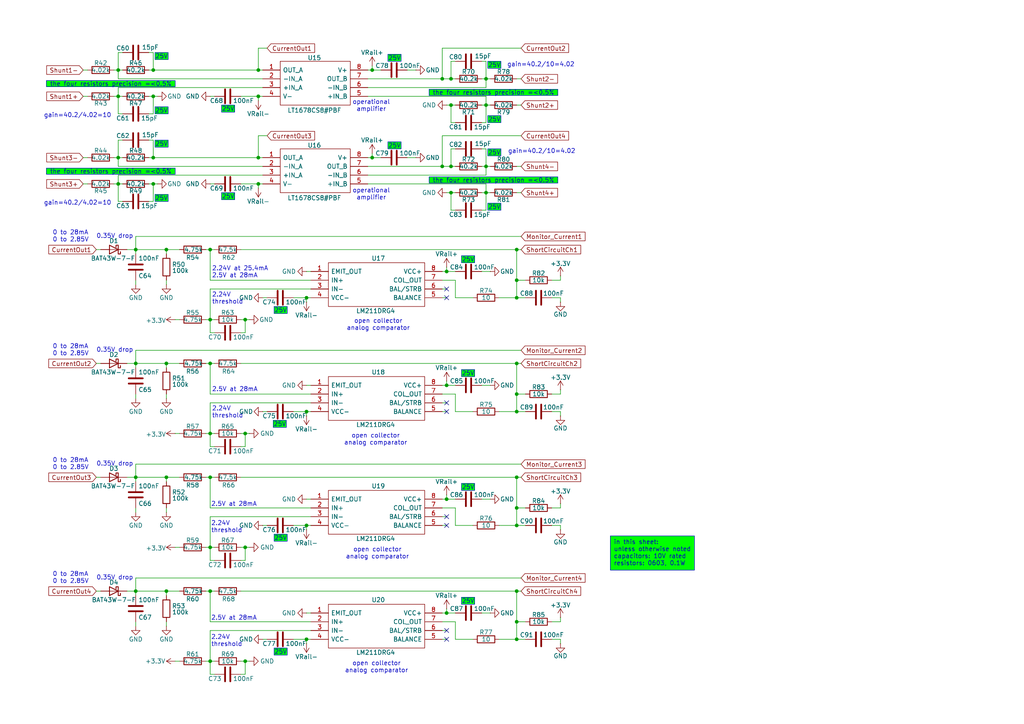
<source format=kicad_sch>
(kicad_sch (version 20250114) (generator "eeschema") (generator_version "9.0")
  (paper "A4")
  (title_block (title "harp device quad dac") (date "2025-07-15") (rev "1.1") (company "The Allen Institute") (comment 1 "Hexabitz"))
  (text "0.35V drop" (at 27.94 134.62 0) (effects (font (size 1.27 1.27)) (justify left)))
  (text "2.24V\nthreshold" (at 61.214 185.928 0) (effects (font (size 1.27 1.27)) (justify left)))
  (text "operational\namplifier" (at 107.696 58.166 0) (effects (font (size 1.27 1.27)) (justify bottom)))
  (text "open collector\nanalog comparator" (at 108.966 127.508 0) (effects (font (size 1.27 1.27))))
  (text "0.35V drop" (at 27.94 167.64 0) (effects (font (size 1.27 1.27)) (justify left)))
  (text "gain=40.2/4.02=10" (at 12.7 34.29 0) (effects (font (size 1.27 1.27)) (justify left bottom)))
  (text "gain=40.2/10=4.02" (at 147.32 44.704 0) (effects (font (size 1.27 1.27)) (justify left bottom)))
  (text "open collector\nanalog comparator" (at 109.474 160.528 0) (effects (font (size 1.27 1.27))))
  (text "2.24V at 25.4mA\n" (at 61.468 77.978 0) (effects (font (size 1.27 1.27)) (justify left)))
  (text "gain=40.2/10=4.02" (at 147.066 19.558 0) (effects (font (size 1.27 1.27)) (justify left bottom)))
  (text "2.5V at 28mA\n" (at 61.468 113.03 0) (effects (font (size 1.27 1.27)) (justify left)))
  (text "0 to 28mA\n0 to 2.85V" (at 15.24 167.64 0) (effects (font (size 1.27 1.27)) (justify left)))
  (text "operational\namplifier" (at 107.696 32.512 0) (effects (font (size 1.27 1.27)) (justify bottom)))
  (text "0 to 28mA\n0 to 2.85V" (at 15.24 101.6 0) (effects (font (size 1.27 1.27)) (justify left)))
  (text "0.35V drop" (at 27.94 101.6 0) (effects (font (size 1.27 1.27)) (justify left)))
  (text "0.35V drop" (at 27.94 68.58 0) (effects (font (size 1.27 1.27)) (justify left)))
  (text "open collector\nanalog comparator" (at 109.22 193.548 0) (effects (font (size 1.27 1.27))))
  (text "2.24V\nthreshold" (at 61.214 152.908 0) (effects (font (size 1.27 1.27)) (justify left)))
  (text "0 to 28mA\n0 to 2.85V" (at 15.24 134.62 0) (effects (font (size 1.27 1.27)) (justify left)))
  (text "2.5V at 28mA\n" (at 61.468 80.01 0) (effects (font (size 1.27 1.27)) (justify left)))
  (text "2.24V\nthreshold" (at 61.468 86.614 0) (effects (font (size 1.27 1.27)) (justify left)))
  (text "open collector\nanalog comparator" (at 109.728 94.234 0) (effects (font (size 1.27 1.27))))
  (text "2.24V\nthreshold" (at 61.468 119.634 0) (effects (font (size 1.27 1.27)) (justify left)))
  (text "gain=40.2/4.02=10" (at 12.7 59.69 0) (effects (font (size 1.27 1.27)) (justify left bottom)))
  (text "2.5V at 28mA\n" (at 61.214 179.324 0) (effects (font (size 1.27 1.27)) (justify left)))
  (text "2.5V at 28mA\n" (at 61.214 146.304 0) (effects (font (size 1.27 1.27)) (justify left)))
  (text "0 to 28mA\n0 to 2.85V" (at 15.24 68.58 0) (effects (font (size 1.27 1.27)) (justify left)))
  (text_box "25V" (at 141.478 33.528 0) (size 3.81 2.032) (margins 0.9525 0.9525 0.9525 0.9525) (fill (type color) (color 0 255 0 1)) (effects (font (size 1.27 1.27))))
  (text_box "in this sheet:\nunless otherwise noted\ncapacitors: 10V rated \nresistors: 0603, 0.1W" (at 177.038 155.448 0) (size 24.384 9.906) (margins 0.9525 0.9525 0.9525 0.9525) (fill (type color) (color 0 255 0 1)) (effects (font (size 1.27 1.27)) (justify left top)))
  (text_box "25V" (at 44.958 56.388 0) (size 3.81 2.032) (margins 0.9525 0.9525 0.9525 0.9525) (fill (type color) (color 0 255 0 1)) (effects (font (size 1.27 1.27))))
  (text_box "25V" (at 79.248 121.92 0) (size 3.81 2.032) (margins 0.9525 0.9525 0.9525 0.9525) (fill (type color) (color 0 255 0 1)) (effects (font (size 1.27 1.27))))
  (text_box "25V" (at 44.958 40.64 0) (size 3.81 2.032) (margins 0.9525 0.9525 0.9525 0.9525) (fill (type color) (color 0 255 0 1)) (effects (font (size 1.27 1.27))))
  (text_box "the four resistors precision =<0.5%" (at 13.462 23.368 0) (size 37.338 1.778) (margins 0.9525 0.9525 0.9525 0.9525) (fill (type color) (color 0 255 0 1)) (effects (font (size 1.27 1.27))))
  (text_box "25V" (at 133.858 107.188 0) (size 3.81 2.032) (margins 0.9525 0.9525 0.9525 0.9525) (fill (type color) (color 0 255 0 1)) (effects (font (size 1.27 1.27))))
  (text_box "25V" (at 141.478 17.78 0) (size 3.81 2.032) (margins 0.9525 0.9525 0.9525 0.9525) (fill (type color) (color 0 255 0 1)) (effects (font (size 1.27 1.27))))
  (text_box "25V" (at 133.858 74.168 0) (size 3.81 2.032) (margins 0.9525 0.9525 0.9525 0.9525) (fill (type color) (color 0 255 0 1)) (effects (font (size 1.27 1.27))))
  (text_box "25V" (at 44.958 30.988 0) (size 3.81 2.032) (margins 0.9525 0.9525 0.9525 0.9525) (fill (type color) (color 0 255 0 1)) (effects (font (size 1.27 1.27))))
  (text_box "the four resistors precision =<0.5%" (at 124.46 25.908 0) (size 37.338 1.778) (margins 0.9525 0.9525 0.9525 0.9525) (fill (type color) (color 0 255 0 1)) (effects (font (size 1.27 1.27))))
  (text_box "25V" (at 112.522 41.148 0) (size 3.81 2.032) (margins 0.9525 0.9525 0.9525 0.9525) (fill (type color) (color 0 255 0 1)) (effects (font (size 1.27 1.27))))
  (text_box "25V" (at 141.478 58.928 0) (size 3.81 2.032) (margins 0.9525 0.9525 0.9525 0.9525) (fill (type color) (color 0 255 0 1)) (effects (font (size 1.27 1.27))))
  (text_box "the four resistors precision =<0.5%" (at 13.462 48.768 0) (size 37.338 1.778) (margins 0.9525 0.9525 0.9525 0.9525) (fill (type color) (color 0 255 0 1)) (effects (font (size 1.27 1.27))))
  (text_box "25V" (at 133.858 140.208 0) (size 3.81 2.032) (margins 0.9525 0.9525 0.9525 0.9525) (fill (type color) (color 0 255 0 1)) (effects (font (size 1.27 1.27))))
  (text_box "25V" (at 64.262 30.48 0) (size 3.81 2.032) (margins 0.9525 0.9525 0.9525 0.9525) (fill (type color) (color 0 255 0 1)) (effects (font (size 1.27 1.27))))
  (text_box "25V" (at 79.502 88.9 0) (size 3.81 2.032) (margins 0.9525 0.9525 0.9525 0.9525) (fill (type color) (color 0 255 0 1)) (effects (font (size 1.27 1.27))))
  (text_box "25V" (at 141.478 43.18 0) (size 3.81 2.032) (margins 0.9525 0.9525 0.9525 0.9525) (fill (type color) (color 0 255 0 1)) (effects (font (size 1.27 1.27))))
  (text_box "25V" (at 79.502 187.96 0) (size 3.81 2.032) (margins 0.9525 0.9525 0.9525 0.9525) (fill (type color) (color 0 255 0 1)) (effects (font (size 1.27 1.27))))
  (text_box "the four resistors precision =<0.5%" (at 124.46 51.308 0) (size 37.338 1.778) (margins 0.9525 0.9525 0.9525 0.9525) (fill (type color) (color 0 255 0 1)) (effects (font (size 1.27 1.27))))
  (text_box "25V" (at 112.522 15.748 0) (size 3.81 2.032) (margins 0.9525 0.9525 0.9525 0.9525) (fill (type color) (color 0 255 0 1)) (effects (font (size 1.27 1.27))))
  (text_box "25V" (at 133.858 173.228 0) (size 3.81 2.032) (margins 0.9525 0.9525 0.9525 0.9525) (fill (type color) (color 0 255 0 1)) (effects (font (size 1.27 1.27))))
  (text_box "25V" (at 64.262 55.88 0) (size 3.81 2.032) (margins 0.9525 0.9525 0.9525 0.9525) (fill (type color) (color 0 255 0 1)) (effects (font (size 1.27 1.27))))
  (text_box "25V" (at 44.958 15.24 0) (size 3.81 2.032) (margins 0.9525 0.9525 0.9525 0.9525) (fill (type color) (color 0 255 0 1)) (effects (font (size 1.27 1.27))))
  (text_box "25V" (at 79.502 154.94 0) (size 3.81 2.032) (margins 0.9525 0.9525 0.9525 0.9525) (fill (type color) (color 0 255 0 1)) (effects (font (size 1.27 1.27))))
  (junction (at 48.26 138.43))
  (junction (at 48.26 105.41))
  (junction (at 130.81 30.48))
  (junction (at 74.93 45.72))
  (junction (at 44.45 45.72))
  (junction (at 39.37 72.39))
  (junction (at 140.97 48.26))
  (junction (at 149.86 86.36))
  (junction (at 60.96 158.75))
  (junction (at 34.29 45.72))
  (junction (at 74.93 20.32))
  (junction (at 140.97 55.88))
  (junction (at 60.96 191.77))
  (junction (at 74.93 53.34))
  (junction (at 74.93 27.94))
  (junction (at 149.86 105.41))
  (junction (at 129.54 78.74))
  (junction (at 140.97 22.86))
  (junction (at 34.29 20.32))
  (junction (at 88.9 86.36))
  (junction (at 130.81 22.86))
  (junction (at 39.37 138.43))
  (junction (at 44.45 27.94))
  (junction (at 149.86 185.42))
  (junction (at 129.54 144.78))
  (junction (at 88.9 152.4))
  (junction (at 149.86 147.32))
  (junction (at 60.96 171.45))
  (junction (at 44.45 53.34))
  (junction (at 129.54 111.76))
  (junction (at 60.96 105.41))
  (junction (at 149.86 152.4))
  (junction (at 39.37 171.45))
  (junction (at 60.96 72.39))
  (junction (at 128.27 22.86))
  (junction (at 149.86 81.28))
  (junction (at 48.26 72.39))
  (junction (at 60.96 138.43))
  (junction (at 71.12 158.75))
  (junction (at 34.29 53.34))
  (junction (at 60.96 125.73))
  (junction (at 128.27 48.26))
  (junction (at 130.81 55.88))
  (junction (at 71.12 191.77))
  (junction (at 149.86 138.43))
  (junction (at 34.29 27.94))
  (junction (at 88.9 119.38))
  (junction (at 39.37 105.41))
  (junction (at 71.12 92.71))
  (junction (at 48.26 171.45))
  (junction (at 149.86 180.34))
  (junction (at 149.86 119.38))
  (junction (at 149.86 171.45))
  (junction (at 129.54 177.8))
  (junction (at 60.96 92.71))
  (junction (at 149.86 114.3))
  (junction (at 88.9 185.42))
  (junction (at 140.97 30.48))
  (junction (at 107.95 20.32))
  (junction (at 107.95 45.72))
  (junction (at 149.86 72.39))
  (junction (at 130.81 48.26))
  (junction (at 44.45 20.32))
  (junction (at 71.12 125.73))
  (no_connect (at 129.54 152.4))
  (no_connect (at 129.54 116.84))
  (no_connect (at 129.54 149.86))
  (no_connect (at 129.54 119.38))
  (no_connect (at 129.54 185.42))
  (no_connect (at 129.54 86.36))
  (no_connect (at 129.54 182.88))
  (no_connect (at 129.54 83.82))
  (wire (pts (xy 144.78 152.4) (xy 149.86 152.4)))
  (wire (pts (xy 149.86 48.26) (xy 151.13 48.26)))
  (wire (pts (xy 60.96 92.71) (xy 62.23 92.71)))
  (wire (pts (xy 129.54 111.76) (xy 129.54 110.49)))
  (wire (pts (xy 162.56 87.63) (xy 162.56 86.36)))
  (wire (pts (xy 77.47 152.4) (xy 76.2 152.4)))
  (wire (pts (xy 33.02 27.94) (xy 34.29 27.94)))
  (wire (pts (xy 74.93 45.72) (xy 76.2 45.72)))
  (wire (pts (xy 27.94 138.43) (xy 29.21 138.43)))
  (wire (pts (xy 69.85 72.39) (xy 149.86 72.39)))
  (wire (pts (xy 74.93 20.32) (xy 76.2 20.32)))
  (wire (pts (xy 36.83 105.41) (xy 39.37 105.41)))
  (wire (pts (xy 71.12 162.56) (xy 69.85 162.56)))
  (wire (pts (xy 128.27 111.76) (xy 129.54 111.76)))
  (wire (pts (xy 59.69 171.45) (xy 60.96 171.45)))
  (wire (pts (xy 34.29 50.8) (xy 34.29 53.34)))
  (wire (pts (xy 39.37 68.58) (xy 39.37 72.39)))
  (wire (pts (xy 39.37 147.32) (xy 39.37 148.59)))
  (wire (pts (xy 162.56 81.28) (xy 160.02 81.28)))
  (wire (pts (xy 48.26 139.7) (xy 48.26 138.43)))
  (wire (pts (xy 162.56 81.28) (xy 162.56 80.01)))
  (wire (pts (xy 39.37 101.6) (xy 39.37 105.41)))
  (wire (pts (xy 76.2 50.8) (xy 34.29 50.8)))
  (wire (pts (xy 132.08 185.42) (xy 132.08 180.34)))
  (wire (pts (xy 142.24 78.74) (xy 139.7 78.74)))
  (wire (pts (xy 132.08 119.38) (xy 132.08 114.3)))
  (wire (pts (xy 130.81 60.96) (xy 130.81 55.88)))
  (wire (pts (xy 128.27 119.38) (xy 129.54 119.38)))
  (wire (pts (xy 128.27 86.36) (xy 129.54 86.36)))
  (wire (pts (xy 59.69 105.41) (xy 60.96 105.41)))
  (wire (pts (xy 60.96 83.82) (xy 90.17 83.82)))
  (wire (pts (xy 71.12 96.52) (xy 71.12 92.71)))
  (wire (pts (xy 60.96 81.28) (xy 90.17 81.28)))
  (wire (pts (xy 106.68 22.86) (xy 128.27 22.86)))
  (wire (pts (xy 140.97 22.86) (xy 142.24 22.86)))
  (wire (pts (xy 140.97 30.48) (xy 142.24 30.48)))
  (wire (pts (xy 74.93 39.37) (xy 74.93 45.72)))
  (wire (pts (xy 140.97 30.48) (xy 140.97 27.94)))
  (wire (pts (xy 39.37 171.45) (xy 39.37 172.72)))
  (wire (pts (xy 139.7 48.26) (xy 140.97 48.26)))
  (wire (pts (xy 39.37 138.43) (xy 48.26 138.43)))
  (wire (pts (xy 149.86 81.28) (xy 152.4 81.28)))
  (wire (pts (xy 33.02 53.34) (xy 34.29 53.34)))
  (wire (pts (xy 149.86 30.48) (xy 151.13 30.48)))
  (wire (pts (xy 162.56 152.4) (xy 160.02 152.4)))
  (wire (pts (xy 129.54 144.78) (xy 132.08 144.78)))
  (wire (pts (xy 149.86 138.43) (xy 149.86 147.32)))
  (wire (pts (xy 60.96 191.77) (xy 62.23 191.77)))
  (wire (pts (xy 130.81 35.56) (xy 130.81 30.48)))
  (wire (pts (xy 139.7 43.18) (xy 140.97 43.18)))
  (wire (pts (xy 88.9 177.8) (xy 90.17 177.8)))
  (wire (pts (xy 132.08 180.34) (xy 128.27 180.34)))
  (wire (pts (xy 130.81 55.88) (xy 132.08 55.88)))
  (wire (pts (xy 130.81 22.86) (xy 132.08 22.86)))
  (wire (pts (xy 59.69 158.75) (xy 60.96 158.75)))
  (wire (pts (xy 149.86 105.41) (xy 149.86 114.3)))
  (wire (pts (xy 140.97 48.26) (xy 142.24 48.26)))
  (wire (pts (xy 88.9 152.4) (xy 90.17 152.4)))
  (wire (pts (xy 33.02 45.72) (xy 34.29 45.72)))
  (wire (pts (xy 60.96 72.39) (xy 60.96 81.28)))
  (wire (pts (xy 140.97 17.78) (xy 140.97 22.86)))
  (wire (pts (xy 132.08 86.36) (xy 132.08 81.28)))
  (wire (pts (xy 140.97 35.56) (xy 140.97 30.48)))
  (wire (pts (xy 43.18 45.72) (xy 44.45 45.72)))
  (wire (pts (xy 60.96 147.32) (xy 90.17 147.32)))
  (wire (pts (xy 139.7 35.56) (xy 140.97 35.56)))
  (wire (pts (xy 132.08 114.3) (xy 128.27 114.3)))
  (wire (pts (xy 72.39 92.71) (xy 71.12 92.71)))
  (wire (pts (xy 88.9 144.78) (xy 90.17 144.78)))
  (wire (pts (xy 144.78 185.42) (xy 149.86 185.42)))
  (wire (pts (xy 60.96 171.45) (xy 60.96 180.34)))
  (wire (pts (xy 132.08 152.4) (xy 132.08 147.32)))
  (wire (pts (xy 140.97 30.48) (xy 139.7 30.48)))
  (wire (pts (xy 39.37 81.28) (xy 39.37 82.55)))
  (wire (pts (xy 107.95 20.32) (xy 107.95 19.05)))
  (wire (pts (xy 132.08 43.18) (xy 130.81 43.18)))
  (wire (pts (xy 106.68 48.26) (xy 128.27 48.26)))
  (wire (pts (xy 162.56 147.32) (xy 162.56 146.05)))
  (wire (pts (xy 60.96 125.73) (xy 60.96 116.84)))
  (wire (pts (xy 39.37 167.64) (xy 39.37 171.45)))
  (wire (pts (xy 71.12 191.77) (xy 69.85 191.77)))
  (wire (pts (xy 130.81 17.78) (xy 130.81 22.86)))
  (wire (pts (xy 60.96 116.84) (xy 90.17 116.84)))
  (wire (pts (xy 106.68 27.94) (xy 140.97 27.94)))
  (wire (pts (xy 144.78 119.38) (xy 149.86 119.38)))
  (wire (pts (xy 128.27 177.8) (xy 129.54 177.8)))
  (wire (pts (xy 72.39 125.73) (xy 71.12 125.73)))
  (wire (pts (xy 149.86 180.34) (xy 152.4 180.34)))
  (wire (pts (xy 62.23 171.45) (xy 60.96 171.45)))
  (wire (pts (xy 162.56 86.36) (xy 160.02 86.36)))
  (wire (pts (xy 140.97 55.88) (xy 139.7 55.88)))
  (wire (pts (xy 62.23 72.39) (xy 60.96 72.39)))
  (wire (pts (xy 76.2 25.4) (xy 34.29 25.4)))
  (wire (pts (xy 106.68 53.34) (xy 140.97 53.34)))
  (wire (pts (xy 120.65 20.32) (xy 118.11 20.32)))
  (wire (pts (xy 35.56 15.24) (xy 34.29 15.24)))
  (wire (pts (xy 137.16 86.36) (xy 132.08 86.36)))
  (wire (pts (xy 60.96 162.56) (xy 60.96 158.75)))
  (wire (pts (xy 60.96 114.3) (xy 90.17 114.3)))
  (wire (pts (xy 59.69 191.77) (xy 60.96 191.77)))
  (wire (pts (xy 76.2 48.26) (xy 34.29 48.26)))
  (wire (pts (xy 151.13 68.58) (xy 39.37 68.58)))
  (wire (pts (xy 44.45 53.34) (xy 43.18 53.34)))
  (wire (pts (xy 36.83 171.45) (xy 39.37 171.45)))
  (wire (pts (xy 72.39 191.77) (xy 71.12 191.77)))
  (wire (pts (xy 34.29 22.86) (xy 34.29 20.32)))
  (wire (pts (xy 69.85 105.41) (xy 149.86 105.41)))
  (wire (pts (xy 60.96 158.75) (xy 62.23 158.75)))
  (wire (pts (xy 71.12 195.58) (xy 69.85 195.58)))
  (wire (pts (xy 129.54 111.76) (xy 132.08 111.76)))
  (wire (pts (xy 132.08 147.32) (xy 128.27 147.32)))
  (wire (pts (xy 60.96 158.75) (xy 60.96 149.86)))
  (wire (pts (xy 24.13 27.94) (xy 25.4 27.94)))
  (wire (pts (xy 34.29 27.94) (xy 35.56 27.94)))
  (wire (pts (xy 130.81 43.18) (xy 130.81 48.26)))
  (wire (pts (xy 162.56 119.38) (xy 160.02 119.38)))
  (wire (pts (xy 60.96 180.34) (xy 90.17 180.34)))
  (wire (pts (xy 149.86 185.42) (xy 149.86 180.34)))
  (wire (pts (xy 59.69 138.43) (xy 60.96 138.43)))
  (wire (pts (xy 107.95 45.72) (xy 107.95 44.45)))
  (wire (pts (xy 36.83 72.39) (xy 39.37 72.39)))
  (wire (pts (xy 39.37 105.41) (xy 48.26 105.41)))
  (wire (pts (xy 162.56 114.3) (xy 160.02 114.3)))
  (wire (pts (xy 152.4 152.4) (xy 149.86 152.4)))
  (wire (pts (xy 62.23 105.41) (xy 60.96 105.41)))
  (wire (pts (xy 69.85 171.45) (xy 149.86 171.45)))
  (wire (pts (xy 39.37 72.39) (xy 39.37 73.66)))
  (wire (pts (xy 33.02 20.32) (xy 34.29 20.32)))
  (wire (pts (xy 62.23 27.94) (xy 60.96 27.94)))
  (wire (pts (xy 139.7 60.96) (xy 140.97 60.96)))
  (wire (pts (xy 34.29 25.4) (xy 34.29 27.94)))
  (wire (pts (xy 128.27 149.86) (xy 129.54 149.86)))
  (wire (pts (xy 74.93 53.34) (xy 74.93 54.61)))
  (wire (pts (xy 129.54 78.74) (xy 132.08 78.74)))
  (wire (pts (xy 39.37 171.45) (xy 48.26 171.45)))
  (wire (pts (xy 151.13 134.62) (xy 39.37 134.62)))
  (wire (pts (xy 149.86 86.36) (xy 149.86 81.28)))
  (wire (pts (xy 59.69 125.73) (xy 60.96 125.73)))
  (wire (pts (xy 129.54 177.8) (xy 129.54 176.53)))
  (wire (pts (xy 132.08 81.28) (xy 128.27 81.28)))
  (wire (pts (xy 106.68 25.4) (xy 140.97 25.4)))
  (wire (pts (xy 162.56 114.3) (xy 162.56 113.03)))
  (wire (pts (xy 27.94 72.39) (xy 29.21 72.39)))
  (wire (pts (xy 35.56 33.02) (xy 34.29 33.02)))
  (wire (pts (xy 151.13 101.6) (xy 39.37 101.6)))
  (wire (pts (xy 44.45 27.94) (xy 43.18 27.94)))
  (wire (pts (xy 62.23 129.54) (xy 60.96 129.54)))
  (wire (pts (xy 74.93 13.97) (xy 74.93 20.32)))
  (wire (pts (xy 39.37 138.43) (xy 39.37 139.7)))
  (wire (pts (xy 140.97 55.88) (xy 142.24 55.88)))
  (wire (pts (xy 62.23 162.56) (xy 60.96 162.56)))
  (wire (pts (xy 62.23 195.58) (xy 60.96 195.58)))
  (wire (pts (xy 34.29 48.26) (xy 34.29 45.72)))
  (wire (pts (xy 85.09 185.42) (xy 88.9 185.42)))
  (wire (pts (xy 35.56 40.64) (xy 34.29 40.64)))
  (wire (pts (xy 162.56 185.42) (xy 160.02 185.42)))
  (wire (pts (xy 39.37 105.41) (xy 39.37 106.68)))
  (wire (pts (xy 44.45 15.24) (xy 44.45 20.32)))
  (wire (pts (xy 69.85 53.34) (xy 74.93 53.34)))
  (wire (pts (xy 50.8 125.73) (xy 52.07 125.73)))
  (wire (pts (xy 48.26 114.3) (xy 48.26 115.57)))
  (wire (pts (xy 162.56 153.67) (xy 162.56 152.4)))
  (wire (pts (xy 34.29 15.24) (xy 34.29 20.32)))
  (wire (pts (xy 88.9 111.76) (xy 90.17 111.76)))
  (wire (pts (xy 142.24 144.78) (xy 139.7 144.78)))
  (wire (pts (xy 140.97 55.88) (xy 140.97 53.34)))
  (wire (pts (xy 88.9 86.36) (xy 88.9 87.63)))
  (wire (pts (xy 24.13 53.34) (xy 25.4 53.34)))
  (wire (pts (xy 85.09 119.38) (xy 88.9 119.38)))
  (wire (pts (xy 44.45 40.64) (xy 44.45 45.72)))
  (wire (pts (xy 129.54 144.78) (xy 129.54 143.51)))
  (wire (pts (xy 43.18 58.42) (xy 44.45 58.42)))
  (wire (pts (xy 106.68 50.8) (xy 140.97 50.8)))
  (wire (pts (xy 130.81 30.48) (xy 132.08 30.48)))
  (wire (pts (xy 107.95 20.32) (xy 110.49 20.32)))
  (wire (pts (xy 39.37 134.62) (xy 39.37 138.43)))
  (wire (pts (xy 128.27 78.74) (xy 129.54 78.74)))
  (wire (pts (xy 130.81 48.26) (xy 132.08 48.26)))
  (wire (pts (xy 44.45 58.42) (xy 44.45 53.34)))
  (wire (pts (xy 50.8 158.75) (xy 52.07 158.75)))
  (wire (pts (xy 71.12 129.54) (xy 69.85 129.54)))
  (wire (pts (xy 149.86 114.3) (xy 152.4 114.3)))
  (wire (pts (xy 130.81 55.88) (xy 129.54 55.88)))
  (wire (pts (xy 62.23 96.52) (xy 60.96 96.52)))
  (wire (pts (xy 151.13 72.39) (xy 149.86 72.39)))
  (wire (pts (xy 77.47 119.38) (xy 76.2 119.38)))
  (wire (pts (xy 39.37 72.39) (xy 48.26 72.39)))
  (wire (pts (xy 71.12 129.54) (xy 71.12 125.73)))
  (wire (pts (xy 130.81 30.48) (xy 129.54 30.48)))
  (wire (pts (xy 149.86 22.86) (xy 151.13 22.86)))
  (wire (pts (xy 45.72 27.94) (xy 44.45 27.94)))
  (wire (pts (xy 140.97 60.96) (xy 140.97 55.88)))
  (wire (pts (xy 106.68 45.72) (xy 107.95 45.72)))
  (wire (pts (xy 39.37 114.3) (xy 39.37 115.57)))
  (wire (pts (xy 149.86 119.38) (xy 149.86 114.3)))
  (wire (pts (xy 77.47 39.37) (xy 74.93 39.37)))
  (wire (pts (xy 60.96 125.73) (xy 62.23 125.73)))
  (wire (pts (xy 149.86 147.32) (xy 152.4 147.32)))
  (wire (pts (xy 60.96 191.77) (xy 60.96 182.88)))
  (wire (pts (xy 44.45 45.72) (xy 74.93 45.72)))
  (wire (pts (xy 139.7 22.86) (xy 140.97 22.86)))
  (wire (pts (xy 140.97 43.18) (xy 140.97 48.26)))
  (wire (pts (xy 34.29 45.72) (xy 35.56 45.72)))
  (wire (pts (xy 151.13 138.43) (xy 149.86 138.43)))
  (wire (pts (xy 48.26 105.41) (xy 52.07 105.41)))
  (wire (pts (xy 44.45 20.32) (xy 74.93 20.32)))
  (wire (pts (xy 48.26 73.66) (xy 48.26 72.39)))
  (wire (pts (xy 120.65 45.72) (xy 118.11 45.72)))
  (wire (pts (xy 128.27 182.88) (xy 129.54 182.88)))
  (wire (pts (xy 34.29 53.34) (xy 35.56 53.34)))
  (wire (pts (xy 151.13 171.45) (xy 149.86 171.45)))
  (wire (pts (xy 77.47 13.97) (xy 74.93 13.97)))
  (wire (pts (xy 48.26 171.45) (xy 52.07 171.45)))
  (wire (pts (xy 43.18 15.24) (xy 44.45 15.24)))
  (wire (pts (xy 48.26 147.32) (xy 48.26 148.59)))
  (wire (pts (xy 74.93 27.94) (xy 74.93 29.21)))
  (wire (pts (xy 34.29 58.42) (xy 34.29 53.34)))
  (wire (pts (xy 74.93 53.34) (xy 76.2 53.34)))
  (wire (pts (xy 132.08 17.78) (xy 130.81 17.78)))
  (wire (pts (xy 149.86 55.88) (xy 151.13 55.88)))
  (wire (pts (xy 144.78 86.36) (xy 149.86 86.36)))
  (wire (pts (xy 62.23 138.43) (xy 60.96 138.43)))
  (wire (pts (xy 162.56 180.34) (xy 162.56 179.07)))
  (wire (pts (xy 128.27 83.82) (xy 129.54 83.82)))
  (wire (pts (xy 151.13 13.97) (xy 128.27 13.97)))
  (wire (pts (xy 152.4 86.36) (xy 149.86 86.36)))
  (wire (pts (xy 71.12 92.71) (xy 69.85 92.71)))
  (wire (pts (xy 60.96 92.71) (xy 60.96 83.82)))
  (wire (pts (xy 107.95 45.72) (xy 110.49 45.72)))
  (wire (pts (xy 142.24 177.8) (xy 139.7 177.8)))
  (wire (pts (xy 60.96 149.86) (xy 90.17 149.86)))
  (wire (pts (xy 71.12 125.73) (xy 69.85 125.73)))
  (wire (pts (xy 140.97 22.86) (xy 140.97 25.4)))
  (wire (pts (xy 48.26 81.28) (xy 48.26 82.55)))
  (wire (pts (xy 128.27 116.84) (xy 129.54 116.84)))
  (wire (pts (xy 142.24 111.76) (xy 139.7 111.76)))
  (wire (pts (xy 76.2 22.86) (xy 34.29 22.86)))
  (wire (pts (xy 140.97 48.26) (xy 140.97 50.8)))
  (wire (pts (xy 48.26 106.68) (xy 48.26 105.41)))
  (wire (pts (xy 128.27 13.97) (xy 128.27 22.86)))
  (wire (pts (xy 162.56 147.32) (xy 160.02 147.32)))
  (wire (pts (xy 88.9 119.38) (xy 88.9 120.65)))
  (wire (pts (xy 45.72 53.34) (xy 44.45 53.34)))
  (wire (pts (xy 72.39 158.75) (xy 71.12 158.75)))
  (wire (pts (xy 77.47 185.42) (xy 76.2 185.42)))
  (wire (pts (xy 128.27 152.4) (xy 129.54 152.4)))
  (wire (pts (xy 36.83 138.43) (xy 39.37 138.43)))
  (wire (pts (xy 162.56 180.34) (xy 160.02 180.34)))
  (wire (pts (xy 128.27 48.26) (xy 130.81 48.26)))
  (wire (pts (xy 128.27 144.78) (xy 129.54 144.78)))
  (wire (pts (xy 151.13 167.64) (xy 39.37 167.64)))
  (wire (pts (xy 152.4 119.38) (xy 149.86 119.38)))
  (wire (pts (xy 149.86 171.45) (xy 149.86 180.34)))
  (wire (pts (xy 48.26 172.72) (xy 48.26 171.45)))
  (wire (pts (xy 128.27 185.42) (xy 129.54 185.42)))
  (wire (pts (xy 48.26 180.34) (xy 48.26 181.61)))
  (wire (pts (xy 128.27 39.37) (xy 128.27 48.26)))
  (wire (pts (xy 34.29 20.32) (xy 35.56 20.32)))
  (wire (pts (xy 85.09 152.4) (xy 88.9 152.4)))
  (wire (pts (xy 85.09 86.36) (xy 88.9 86.36)))
  (wire (pts (xy 59.69 92.71) (xy 60.96 92.71)))
  (wire (pts (xy 35.56 58.42) (xy 34.29 58.42)))
  (wire (pts (xy 129.54 177.8) (xy 132.08 177.8)))
  (wire (pts (xy 34.29 40.64) (xy 34.29 45.72)))
  (wire (pts (xy 62.23 53.34) (xy 60.96 53.34)))
  (wire (pts (xy 59.69 72.39) (xy 60.96 72.39)))
  (wire (pts (xy 60.96 105.41) (xy 60.96 114.3)))
  (wire (pts (xy 149.86 152.4) (xy 149.86 147.32)))
  (wire (pts (xy 60.96 129.54) (xy 60.96 125.73)))
  (wire (pts (xy 69.85 27.94) (xy 74.93 27.94)))
  (wire (pts (xy 128.27 22.86) (xy 130.81 22.86)))
  (wire (pts (xy 74.93 27.94) (xy 76.2 27.94)))
  (wire (pts (xy 88.9 185.42) (xy 88.9 186.69)))
  (wire (pts (xy 71.12 96.52) (xy 69.85 96.52)))
  (wire (pts (xy 129.54 78.74) (xy 129.54 77.47)))
  (wire (pts (xy 132.08 60.96) (xy 130.81 60.96)))
  (wire (pts (xy 149.86 72.39) (xy 149.86 81.28)))
  (wire (pts (xy 151.13 39.37) (xy 128.27 39.37)))
  (wire (pts (xy 34.29 33.02) (xy 34.29 27.94)))
  (wire (pts (xy 88.9 86.36) (xy 90.17 86.36)))
  (wire (pts (xy 137.16 185.42) (xy 132.08 185.42)))
  (wire (pts (xy 39.37 180.34) (xy 39.37 181.61)))
  (wire (pts (xy 24.13 20.32) (xy 25.4 20.32)))
  (wire (pts (xy 77.47 86.36) (xy 76.2 86.36)))
  (wire (pts (xy 48.26 72.39) (xy 52.07 72.39)))
  (wire (pts (xy 151.13 105.41) (xy 149.86 105.41)))
  (wire (pts (xy 43.18 20.32) (xy 44.45 20.32)))
  (wire (pts (xy 88.9 185.42) (xy 90.17 185.42)))
  (wire (pts (xy 71.12 162.56) (xy 71.12 158.75)))
  (wire (pts (xy 162.56 186.69) (xy 162.56 185.42)))
  (wire (pts (xy 132.08 35.56) (xy 130.81 35.56)))
  (wire (pts (xy 27.94 171.45) (xy 29.21 171.45)))
  (wire (pts (xy 60.96 138.43) (xy 60.96 147.32)))
  (wire (pts (xy 162.56 120.65) (xy 162.56 119.38)))
  (wire (pts (xy 60.96 195.58) (xy 60.96 191.77)))
  (wire (pts (xy 27.94 105.41) (xy 29.21 105.41)))
  (wire (pts (xy 71.12 158.75) (xy 69.85 158.75)))
  (wire (pts (xy 43.18 40.64) (xy 44.45 40.64)))
  (wire (pts (xy 50.8 92.71) (xy 52.07 92.71)))
  (wire (pts (xy 71.12 195.58) (xy 71.12 191.77)))
  (wire (pts (xy 60.96 182.88) (xy 90.17 182.88)))
  (wire (pts (xy 88.9 78.74) (xy 90.17 78.74)))
  (wire (pts (xy 50.8 191.77) (xy 52.07 191.77)))
  (wire (pts (xy 137.16 152.4) (xy 132.08 152.4)))
  (wire (pts (xy 44.45 33.02) (xy 44.45 27.94)))
  (wire (pts (xy 137.16 119.38) (xy 132.08 119.38)))
  (wire (pts (xy 88.9 119.38) (xy 90.17 119.38)))
  (wire (pts (xy 152.4 185.42) (xy 149.86 185.42)))
  (wire (pts (xy 60.96 96.52) (xy 60.96 92.71)))
  (wire (pts (xy 48.26 138.43) (xy 52.07 138.43)))
  (wire (pts (xy 43.18 33.02) (xy 44.45 33.02)))
  (wire (pts (xy 88.9 152.4) (xy 88.9 153.67)))
  (wire (pts (xy 106.68 20.32) (xy 107.95 20.32)))
  (wire (pts (xy 139.7 17.78) (xy 140.97 17.78)))
  (wire (pts (xy 24.13 45.72) (xy 25.4 45.72)))
  (wire (pts (xy 69.85 138.43) (xy 149.86 138.43)))
  (global_label "Monitor_Current1" (shape input) (at 151.13 68.58 0) (property "Intersheetrefs" "${INTERSHEET_REFS}" (effects (hide yes))))
  (global_label "Shunt4-" (shape input) (at 151.13 48.26 0) (property "Intersheetrefs" "${INTERSHEET_REFS}" (effects (hide yes))))
  (global_label "CurrentOut2" (shape input) (at 151.13 13.97 0) (property "Intersheetrefs" "${INTERSHEET_REFS}" (effects (hide yes))))
  (global_label "Shunt2+" (shape input) (at 151.13 30.48 0) (property "Intersheetrefs" "${INTERSHEET_REFS}" (effects (hide yes))))
  (global_label "CurrentOut2" (shape input) (at 27.94 105.41 180) (property "Intersheetrefs" "${INTERSHEET_REFS}" (effects (hide yes))))
  (global_label "ShortCircuitCh3" (shape input) (at 151.13 138.43 0) (property "Intersheetrefs" "${INTERSHEET_REFS}" (effects (hide yes))))
  (global_label "Monitor_Current3" (shape input) (at 151.13 134.62 0) (property "Intersheetrefs" "${INTERSHEET_REFS}" (effects (hide yes))))
  (global_label "ShortCircuitCh1" (shape input) (at 151.13 72.39 0) (property "Intersheetrefs" "${INTERSHEET_REFS}" (effects (hide yes))))
  (global_label "Shunt3+" (shape input) (at 24.13 53.34 180) (property "Intersheetrefs" "${INTERSHEET_REFS}" (effects (hide yes))))
  (global_label "CurrentOut4" (shape input) (at 151.13 39.37 0) (property "Intersheetrefs" "${INTERSHEET_REFS}" (effects (hide yes))))
  (global_label "Monitor_Current2" (shape input) (at 151.13 101.6 0) (property "Intersheetrefs" "${INTERSHEET_REFS}" (effects (hide yes))))
  (global_label "CurrentOut1" (shape input) (at 27.94 72.39 180) (property "Intersheetrefs" "${INTERSHEET_REFS}" (effects (hide yes))))
  (global_label "Shunt1-" (shape input) (at 24.13 20.32 180) (property "Intersheetrefs" "${INTERSHEET_REFS}" (effects (hide yes))))
  (global_label "ShortCircuitCh4" (shape input) (at 151.13 171.45 0) (property "Intersheetrefs" "${INTERSHEET_REFS}" (effects (hide yes))))
  (global_label "Shunt3-" (shape input) (at 24.13 45.72 180) (property "Intersheetrefs" "${INTERSHEET_REFS}" (effects (hide yes))))
  (global_label "CurrentOut3" (shape input) (at 77.47 39.37 0) (property "Intersheetrefs" "${INTERSHEET_REFS}" (effects (hide yes))))
  (global_label "CurrentOut4" (shape input) (at 27.94 171.45 180) (property "Intersheetrefs" "${INTERSHEET_REFS}" (effects (hide yes))))
  (global_label "CurrentOut3" (shape input) (at 27.94 138.43 180) (property "Intersheetrefs" "${INTERSHEET_REFS}" (effects (hide yes))))
  (global_label "Shunt1+" (shape input) (at 24.13 27.94 180) (property "Intersheetrefs" "${INTERSHEET_REFS}" (effects (hide yes))))
  (global_label "ShortCircuitCh2" (shape input) (at 151.13 105.41 0) (property "Intersheetrefs" "${INTERSHEET_REFS}" (effects (hide yes))))
  (global_label "Shunt2-" (shape input) (at 151.13 22.86 0) (property "Intersheetrefs" "${INTERSHEET_REFS}" (effects (hide yes))))
  (global_label "CurrentOut1" (shape input) (at 77.47 13.97 0) (property "Intersheetrefs" "${INTERSHEET_REFS}" (effects (hide yes))))
  (global_label "Shunt4+" (shape input) (at 151.13 55.88 0) (property "Intersheetrefs" "${INTERSHEET_REFS}" (effects (hide yes))))
  (global_label "Monitor_Current4" (shape input) (at 151.13 167.64 0) (property "Intersheetrefs" "${INTERSHEET_REFS}" (effects (hide yes))))
  (symbol (lib_id "power:GND") (at 39.37 115.57 0) (unit 1)
    (property "Reference" "#PWR097" (effects (hide yes)))
    (property "Value" "GND" (at 39.37 119.38 0))
    (property "Description" "Power symbol creates a global label with name \"GND\" , ground" (effects (hide yes)))
    (instances (project "harp.device.quad.dac" (path "" (reference "#PWR097") (unit 1))) (project "multi_ch_harp_dac" (path "" (reference "#PWR?") (unit 1))))
  )
  (symbol (lib_id "harp.device.quad.dac:C_0603") (at 135.89 144.78 270) (unit 1)
    (property "Reference" "C86" (at 134.366 143.51 90) (effects (justify right)))
    (property "Value" "100nF" (at 137.414 143.51 90) (effects (justify left)))
    (property "Footprint" "Capacitor_SMD:C_0603_1608Metric" (effects (hide yes)))
    (property "Description" "Unpolarized capacitor" (effects (hide yes)))
    (property "Link" "https://www.digikey.com/en/products/detail/walsin-technology-corporation/0402B104K160CT/6707534" (effects (hide yes)))
    (property "Manufacturer" "Walson Technology Corporation" (effects (hide yes)))
    (property "Manufacturer Number" "0402B104K160CT" (effects (hide yes)))
    (property "Rated Voltage" "16V" (effects (hide yes)))
    (property "Temperature Coefficient" "X7R" (effects (hide yes)))
    (property "Tolerance" "10%" (effects (hide yes)))
    (property "PCBWay Link" "https://www.pcbway.com/components/detail/0402B104K160CT/307171/" (effects (hide yes)))
    (instances (project "harp.device.quad.dac" (path "" (reference "C86") (unit 1))) (project "multi_ch_harp_dac" (path "" (reference "C?") (unit 1))))
  )
  (symbol (lib_id "harp.device.quad.dac:R_0603") (at 156.21 147.32 90) (unit 1)
    (property "Reference" "R84" (at 156.21 145.288 90))
    (property "Value" "10k" (at 156.21 147.32 90))
    (property "Footprint" "Resistor_SMD:R_0603_1608Metric" (effects (hide yes)))
    (property "Description" "Resistor" (effects (hide yes)))
    (property "Tolerance" "1%" (effects (hide yes)))
    (property "Link" "https://www.digikey.com/en/products/detail/yageo/RT0402BRD071KL/1069118" (effects (hide yes)))
    (property "Manufacturer" "Yageo" (effects (hide yes)))
    (property "Manufacturer Number" "RT0402BRD071KL" (effects (hide yes)))
    (instances (project "harp.device.quad.dac" (path "" (reference "R84") (unit 1))) (project "multi_ch_harp_dac" (path "" (reference "R?") (unit 1))))
  )
  (symbol (lib_id "power:+3.3V") (at 50.8 125.73 90) (unit 1)
    (property "Reference" "#PWR0107" (effects (hide yes)))
    (property "Value" "+3.3V" (at 45.212 125.984 90))
    (property "Description" "Power symbol creates a global label with name \"+3.3V\"" (effects (hide yes)))
    (instances (project "harp.device.quad.dac" (path "" (reference "#PWR0107") (unit 1))) (project "multi_ch_harp_dac" (path "" (reference "#PWR?") (unit 1))))
  )
  (symbol (lib_id "harp.device.quad.dac:C_0603") (at 66.04 96.52 270) (unit 1)
    (property "Reference" "C70" (at 64.262 97.79 90) (effects (justify right)))
    (property "Value" "100nF" (at 67.564 97.79 90) (effects (justify left)))
    (property "Footprint" "Capacitor_SMD:C_0603_1608Metric" (effects (hide yes)))
    (property "Description" "Unpolarized capacitor" (effects (hide yes)))
    (property "Link" "https://www.digikey.com/en/products/detail/walsin-technology-corporation/0402B104K160CT/6707534" (effects (hide yes)))
    (property "Manufacturer" "Walson Technology Corporation" (effects (hide yes)))
    (property "Manufacturer Number" "0402B104K160CT" (effects (hide yes)))
    (property "Rated Voltage" "16V" (effects (hide yes)))
    (property "Temperature Coefficient" "X7R" (effects (hide yes)))
    (property "Tolerance" "10%" (effects (hide yes)))
    (property "PCBWay Link" "https://www.pcbway.com/components/detail/0402B104K160CT/307171/" (effects (hide yes)))
    (instances (project "harp.device.quad.dac" (path "" (reference "C70") (unit 1))) (project "multi_ch_harp_dac" (path "" (reference "C?") (unit 1))))
  )
  (symbol (lib_id "harp.device.quad.dac:C_0603") (at 114.3 45.72 270) (unit 1)
    (property "Reference" "C79" (at 112.776 44.45 90) (effects (justify right)))
    (property "Value" "100nF" (at 115.824 44.45 90) (effects (justify left)))
    (property "Footprint" "Capacitor_SMD:C_0603_1608Metric" (effects (hide yes)))
    (property "Description" "Unpolarized capacitor" (effects (hide yes)))
    (property "Link" "https://www.digikey.com/en/products/detail/walsin-technology-corporation/0402B104K160CT/6707534" (effects (hide yes)))
    (property "Manufacturer" "Walson Technology Corporation" (effects (hide yes)))
    (property "Manufacturer Number" "0402B104K160CT" (effects (hide yes)))
    (property "Rated Voltage" "16V" (effects (hide yes)))
    (property "Temperature Coefficient" "X7R" (effects (hide yes)))
    (property "Tolerance" "10%" (effects (hide yes)))
    (property "PCBWay Link" "https://www.pcbway.com/components/detail/0402B104K160CT/307171/" (effects (hide yes)))
    (instances (project "harp.device.quad.dac" (path "" (reference "C79") (unit 1))) (project "multi_ch_harp_dac" (path "" (reference "C?") (unit 1))))
  )
  (symbol (lib_id "harp.device.quad.dac:R_0603") (at 66.04 92.71 90) (unit 1)
    (property "Reference" "R63" (at 66.04 90.678 90))
    (property "Value" "10k" (at 66.04 92.71 90))
    (property "Footprint" "Resistor_SMD:R_0603_1608Metric" (effects (hide yes)))
    (property "Description" "Resistor" (effects (hide yes)))
    (property "Tolerance" "1%" (effects (hide yes)))
    (property "Link" "https://www.digikey.com/en/products/detail/yageo/RT0402BRD071KL/1069118" (effects (hide yes)))
    (property "Manufacturer" "Yageo" (effects (hide yes)))
    (property "Manufacturer Number" "RT0402BRD071KL" (effects (hide yes)))
    (instances (project "harp.device.quad.dac" (path "" (reference "R63") (unit 1))) (project "multi_ch_harp_dac" (path "" (reference "R?") (unit 1))))
  )
  (symbol (lib_id "power:VBUS") (at 88.9 153.67 180) (unit 1)
    (property "Reference" "#PWR0127" (effects (hide yes)))
    (property "Value" "VRail-" (at 88.9 157.48 0))
    (property "Description" "Power symbol creates a global label with name \"VBUS\"" (effects (hide yes)))
    (instances (project "harp.device.quad.dac" (path "" (reference "#PWR0127") (unit 1))) (project "multi_ch_harp_dac" (path "" (reference "#PWR?") (unit 1))))
  )
  (symbol (lib_id "power:GND") (at 39.37 148.59 0) (unit 1)
    (property "Reference" "#PWR098" (effects (hide yes)))
    (property "Value" "GND" (at 39.37 152.4 0))
    (property "Description" "Power symbol creates a global label with name \"GND\" , ground" (effects (hide yes)))
    (instances (project "harp.device.quad.dac" (path "" (reference "#PWR098") (unit 1))) (project "multi_ch_harp_dac" (path "" (reference "#PWR?") (unit 1))))
  )
  (symbol (lib_id "power:GND") (at 76.2 119.38 270) (unit 1)
    (property "Reference" "#PWR0119" (effects (hide yes)))
    (property "Value" "GND" (at 73.406 119.38 90) (effects (justify right)))
    (property "Description" "Power symbol creates a global label with name \"GND\" , ground" (effects (hide yes)))
    (instances (project "harp.device.quad.dac" (path "" (reference "#PWR0119") (unit 1))) (project "multi_ch_harp_dac" (path "" (reference "#PWR?") (unit 1))))
  )
  (symbol (lib_id "harp.device.quad.dac:C_0603") (at 156.21 152.4 270) (unit 1)
    (property "Reference" "C90" (at 154.686 151.13 90) (effects (justify right)))
    (property "Value" "100nF" (at 157.48 151.13 90) (effects (justify left)))
    (property "Footprint" "Capacitor_SMD:C_0603_1608Metric" (effects (hide yes)))
    (property "Description" "Unpolarized capacitor" (effects (hide yes)))
    (property "Link" "https://www.digikey.com/en/products/detail/walsin-technology-corporation/0402B104K160CT/6707534" (effects (hide yes)))
    (property "Manufacturer" "Walson Technology Corporation" (effects (hide yes)))
    (property "Manufacturer Number" "0402B104K160CT" (effects (hide yes)))
    (property "Rated Voltage" "16V" (effects (hide yes)))
    (property "Temperature Coefficient" "X7R" (effects (hide yes)))
    (property "Tolerance" "10%" (effects (hide yes)))
    (property "PCBWay Link" "https://www.pcbway.com/components/detail/0402B104K160CT/307171/" (effects (hide yes)))
    (instances (project "harp.device.quad.dac" (path "" (reference "C90") (unit 1))) (project "multi_ch_harp_dac" (path "" (reference "C?") (unit 1))))
  )
  (symbol (lib_id "harp.device.quad.dac:R_0603") (at 140.97 185.42 90) (unit 1)
    (property "Reference" "R77" (at 140.97 183.388 90))
    (property "Value" "10" (at 140.97 185.42 90))
    (property "Footprint" "Resistor_SMD:R_0603_1608Metric" (effects (hide yes)))
    (property "Description" "Resistor" (effects (hide yes)))
    (property "Tolerance" "1%" (effects (hide yes)))
    (property "Link" "https://www.digikey.com/en/products/detail/yageo/RT0402BRD071KL/1069118" (effects (hide yes)))
    (property "Manufacturer" "Yageo" (effects (hide yes)))
    (property "Manufacturer Number" "RT0402BRD071KL" (effects (hide yes)))
    (instances (project "harp.device.quad.dac" (path "" (reference "R77") (unit 1))) (project "multi_ch_harp_dac" (path "" (reference "R?") (unit 1))))
  )
  (symbol (lib_id "harp.device.quad.dac:R_0603") (at 146.05 22.86 90) (unit 1)
    (property "Reference" "R78" (at 146.05 20.828 90))
    (property "Value" "4.02k" (at 146.05 22.86 90))
    (property "Footprint" "Resistor_SMD:R_0603_1608Metric" (effects (hide yes)))
    (property "Description" "Resistor" (effects (hide yes)))
    (property "Tolerance" "1%" (effects (hide yes)))
    (property "Link" "https://www.digikey.com/en/products/detail/yageo/RT0402BRD071KL/1069118" (effects (hide yes)))
    (property "Manufacturer" "Yageo" (effects (hide yes)))
    (property "Manufacturer Number" "RT0402BRD071KL" (effects (hide yes)))
    (instances (project "harp.device.quad.dac" (path "" (reference "R78") (unit 1))) (project "multi_ch_harp_dac" (path "" (reference "R?") (unit 1))))
  )
  (symbol (lib_id "harp.device.quad.dac:R_0603") (at 66.04 72.39 90) (unit 1)
    (property "Reference" "R62" (at 66.294 74.676 90))
    (property "Value" "47.5k" (at 66.04 72.39 90))
    (property "Footprint" "Resistor_SMD:R_0603_1608Metric" (effects (hide yes)))
    (property "Description" "Resistor" (effects (hide yes)))
    (property "Tolerance" "1%" (effects (hide yes)))
    (property "Link" "https://www.digikey.com/en/products/detail/yageo/RT0402BRD071KL/1069118" (effects (hide yes)))
    (property "Manufacturer" "Yageo" (effects (hide yes)))
    (property "Manufacturer Number" "RT0402BRD071KL" (effects (hide yes)))
    (instances (project "harp.device.quad.dac" (path "" (reference "R62") (unit 1))) (project "multi_ch_harp_dac" (path "" (reference "R?") (unit 1))))
  )
  (symbol (lib_id "power:GND") (at 162.56 120.65 0) (unit 1)
    (property "Reference" "#PWR0147" (effects (hide yes)))
    (property "Value" "GND" (at 162.56 124.206 0))
    (property "Description" "Power symbol creates a global label with name \"GND\" , ground" (effects (hide yes)))
    (instances (project "harp.device.quad.dac" (path "" (reference "#PWR0147") (unit 1))) (project "multi_ch_harp_dac" (path "" (reference "#PWR?") (unit 1))))
  )
  (symbol (lib_id "harp.device.quad.dac:C_0603") (at 66.04 27.94 270) (unit 1)
    (property "Reference" "C68" (at 64.77 29.21 90) (effects (justify right)))
    (property "Value" "100nF" (at 67.564 29.21 90) (effects (justify left)))
    (property "Footprint" "Capacitor_SMD:C_0603_1608Metric" (effects (hide yes)))
    (property "Description" "Unpolarized capacitor" (effects (hide yes)))
    (property "Link" "https://www.digikey.com/en/products/detail/walsin-technology-corporation/0402B104K160CT/6707534" (effects (hide yes)))
    (property "Manufacturer" "Walson Technology Corporation" (effects (hide yes)))
    (property "Manufacturer Number" "0402B104K160CT" (effects (hide yes)))
    (property "Rated Voltage" "16V" (effects (hide yes)))
    (property "Temperature Coefficient" "X7R" (effects (hide yes)))
    (property "Tolerance" "10%" (effects (hide yes)))
    (property "PCBWay Link" "https://www.pcbway.com/components/detail/0402B104K160CT/307171/" (effects (hide yes)))
    (instances (project "harp.device.quad.dac" (path "" (reference "C68") (unit 1))) (project "multi_ch_harp_dac" (path "" (reference "C?") (unit 1))))
  )
  (symbol (lib_id "harp.device.quad.dac:R_0603") (at 66.04 138.43 90) (unit 1)
    (property "Reference" "R66" (at 66.294 140.716 90))
    (property "Value" "47.5k" (at 66.04 138.43 90))
    (property "Footprint" "Resistor_SMD:R_0603_1608Metric" (effects (hide yes)))
    (property "Description" "Resistor" (effects (hide yes)))
    (property "Tolerance" "1%" (effects (hide yes)))
    (property "Link" "https://www.digikey.com/en/products/detail/yageo/RT0402BRD071KL/1069118" (effects (hide yes)))
    (property "Manufacturer" "Yageo" (effects (hide yes)))
    (property "Manufacturer Number" "RT0402BRD071KL" (effects (hide yes)))
    (instances (project "harp.device.quad.dac" (path "" (reference "R66") (unit 1))) (project "multi_ch_harp_dac" (path "" (reference "R?") (unit 1))))
  )
  (symbol (lib_id "power:GND") (at 48.26 181.61 0) (unit 1)
    (property "Reference" "#PWR0105" (effects (hide yes)))
    (property "Value" "GND" (at 48.26 185.42 0))
    (property "Description" "Power symbol creates a global label with name \"GND\" , ground" (effects (hide yes)))
    (instances (project "harp.device.quad.dac" (path "" (reference "#PWR0105") (unit 1))) (project "multi_ch_harp_dac" (path "" (reference "#PWR?") (unit 1))))
  )
  (symbol (lib_id "power:GND") (at 72.39 191.77 90) (unit 1)
    (property "Reference" "#PWR0115" (effects (hide yes)))
    (property "Value" "GND" (at 75.438 191.77 90) (effects (justify right)))
    (property "Description" "Power symbol creates a global label with name \"GND\" , ground" (effects (hide yes)))
    (instances (project "harp.device.quad.dac" (path "" (reference "#PWR0115") (unit 1))) (project "multi_ch_harp_dac" (path "" (reference "#PWR?") (unit 1))))
  )
  (symbol (lib_id "harp.device.quad.dac:R_0603") (at 146.05 48.26 90) (unit 1)
    (property "Reference" "R80" (at 146.05 46.228 90))
    (property "Value" "4.02k" (at 146.05 48.26 90))
    (property "Footprint" "Resistor_SMD:R_0603_1608Metric" (effects (hide yes)))
    (property "Description" "Resistor" (effects (hide yes)))
    (property "Tolerance" "1%" (effects (hide yes)))
    (property "Link" "https://www.digikey.com/en/products/detail/yageo/RT0402BRD071KL/1069118" (effects (hide yes)))
    (property "Manufacturer" "Yageo" (effects (hide yes)))
    (property "Manufacturer Number" "RT0402BRD071KL" (effects (hide yes)))
    (instances (project "harp.device.quad.dac" (path "" (reference "R80") (unit 1))) (project "multi_ch_harp_dac" (path "" (reference "R?") (unit 1))))
  )
  (symbol (lib_id "harp.device.quad.dac:R_0603") (at 146.05 55.88 90) (unit 1)
    (property "Reference" "R81" (at 146.05 57.912 90))
    (property "Value" "4.02k" (at 146.05 55.88 90))
    (property "Footprint" "Resistor_SMD:R_0603_1608Metric" (effects (hide yes)))
    (property "Description" "Resistor" (effects (hide yes)))
    (property "Tolerance" "1%" (effects (hide yes)))
    (property "Link" "https://www.digikey.com/en/products/detail/yageo/RT0402BRD071KL/1069118" (effects (hide yes)))
    (property "Manufacturer" "Yageo" (effects (hide yes)))
    (property "Manufacturer Number" "RT0402BRD071KL" (effects (hide yes)))
    (instances (project "harp.device.quad.dac" (path "" (reference "R81") (unit 1))) (project "multi_ch_harp_dac" (path "" (reference "R?") (unit 1))))
  )
  (symbol (lib_id "power:GND") (at 39.37 82.55 0) (unit 1)
    (property "Reference" "#PWR096" (effects (hide yes)))
    (property "Value" "GND" (at 39.37 86.36 0))
    (property "Description" "Power symbol creates a global label with name \"GND\" , ground" (effects (hide yes)))
    (instances (project "harp.device.quad.dac" (path "" (reference "#PWR096") (unit 1))) (project "multi_ch_harp_dac" (path "" (reference "#PWR?") (unit 1))))
  )
  (symbol (lib_id "harp.device.quad.dac:R_0603") (at 29.21 27.94 90) (unit 1)
    (property "Reference" "R43" (at 29.21 29.972 90))
    (property "Value" "4.02k" (at 29.21 27.94 90))
    (property "Footprint" "Resistor_SMD:R_0603_1608Metric" (effects (hide yes)))
    (property "Description" "Resistor" (effects (hide yes)))
    (property "Tolerance" "1%" (effects (hide yes)))
    (property "Link" "https://www.digikey.com/en/products/detail/yageo/RT0402BRD071KL/1069118" (effects (hide yes)))
    (property "Manufacturer" "Yageo" (effects (hide yes)))
    (property "Manufacturer Number" "RT0402BRD071KL" (effects (hide yes)))
    (instances (project "harp.device.quad.dac" (path "" (reference "R43") (unit 1))) (project "multi_ch_harp_dac" (path "" (reference "R?") (unit 1))))
  )
  (symbol (lib_id "harp.device.quad.dac:R_0603") (at 66.04 191.77 90) (unit 1)
    (property "Reference" "R69" (at 66.04 189.738 90))
    (property "Value" "10k" (at 66.04 191.77 90))
    (property "Footprint" "Resistor_SMD:R_0603_1608Metric" (effects (hide yes)))
    (property "Description" "Resistor" (effects (hide yes)))
    (property "Tolerance" "1%" (effects (hide yes)))
    (property "Link" "https://www.digikey.com/en/products/detail/yageo/RT0402BRD071KL/1069118" (effects (hide yes)))
    (property "Manufacturer" "Yageo" (effects (hide yes)))
    (property "Manufacturer Number" "RT0402BRD071KL" (effects (hide yes)))
    (instances (project "harp.device.quad.dac" (path "" (reference "R69") (unit 1))) (project "multi_ch_harp_dac" (path "" (reference "R?") (unit 1))))
  )
  (symbol (lib_id "power:+3.3V") (at 50.8 191.77 90) (unit 1)
    (property "Reference" "#PWR0109" (effects (hide yes)))
    (property "Value" "+3.3V" (at 48.006 191.77 90) (effects (justify left)))
    (property "Description" "Power symbol creates a global label with name \"+3.3V\"" (effects (hide yes)))
    (instances (project "harp.device.quad.dac" (path "" (reference "#PWR0109") (unit 1))) (project "multi_ch_harp_dac" (path "" (reference "#PWR?") (unit 1))))
  )
  (symbol (lib_id "harp.device.quad.dac:LM211DRG4") (at 90.17 144.78 0) (unit 1)
    (property "Reference" "U19" (at 109.728 140.97 0))
    (property "Value" "LM211DRG4" (at 108.966 156.21 0))
    (property "Footprint" "harp.device.quad.dac.kicad:SOIC127P600X175-8N" (effects (hide yes)))
    (property "Datasheet" "http://www.ti.com/lit/gpn/LM211" (effects (hide yes)))
    (property "Description" "Differential Comparator With Strobes" (effects (hide yes)))
    (property "Description_1" "Differential Comparator With Strobes" (effects (hide yes)))
    (property "Height" "1.75" (effects (hide yes)))
    (property "Manufacturer_Name" "Texas Instruments" (effects (hide yes)))
    (property "Manufacturer_Part_Number" "LM211DRG4" (effects (hide yes)))
    (property "Mouser Part Number" "595-LM211DRG4" (effects (hide yes)))
    (property "Mouser Price/Stock" "https://www.mouser.co.uk/ProductDetail/Texas-Instruments/LM211DRG4?qs=VBduBm9rCJSFKFvGoBsXsw%3D%3D" (effects (hide yes)))
    (property "Arrow Part Number" "LM211DRG4" (effects (hide yes)))
    (property "Arrow Price/Stock" "https://www.arrow.com/en/products/lm211drg4/texas-instruments?utm_currency=USD&region=nac" (effects (hide yes)))
    (instances (project "harp.device.quad.dac" (path "" (reference "U19") (unit 1))) (project "multi_ch_harp_dac" (path "" (reference "U?") (unit 1))))
  )
  (symbol (lib_id "harp.device.quad.dac:R_0603") (at 55.88 105.41 90) (unit 1)
    (property "Reference" "R56" (at 55.88 107.696 90))
    (property "Value" "4.75k" (at 56.134 105.41 90))
    (property "Footprint" "Resistor_SMD:R_0603_1608Metric" (effects (hide yes)))
    (property "Description" "Resistor" (effects (hide yes)))
    (property "Tolerance" "1%" (effects (hide yes)))
    (property "Link" "https://www.digikey.com/en/products/detail/yageo/RT0402BRD071KL/1069118" (effects (hide yes)))
    (property "Manufacturer" "Yageo" (effects (hide yes)))
    (property "Manufacturer Number" "RT0402BRD071KL" (effects (hide yes)))
    (instances (project "harp.device.quad.dac" (path "" (reference "R56") (unit 1))) (project "multi_ch_harp_dac" (path "" (reference "R?") (unit 1))))
  )
  (symbol (lib_id "power:GND") (at 48.26 82.55 0) (unit 1)
    (property "Reference" "#PWR0102" (effects (hide yes)))
    (property "Value" "GND" (at 48.26 86.36 0))
    (property "Description" "Power symbol creates a global label with name \"GND\" , ground" (effects (hide yes)))
    (instances (project "harp.device.quad.dac" (path "" (reference "#PWR0102") (unit 1))) (project "multi_ch_harp_dac" (path "" (reference "#PWR?") (unit 1))))
  )
  (symbol (lib_id "power:VBUS") (at 129.54 77.47 0) (unit 1)
    (property "Reference" "#PWR0136" (effects (hide yes)))
    (property "Value" "VRail+" (at 129.54 73.66 0))
    (property "Description" "Power symbol creates a global label with name \"VBUS\"" (effects (hide yes)))
    (instances (project "harp.device.quad.dac" (path "" (reference "#PWR0136") (unit 1))) (project "multi_ch_harp_dac" (path "" (reference "#PWR?") (unit 1))))
  )
  (symbol (lib_id "harp.device.quad.dac:C_0603") (at 66.04 129.54 270) (unit 1)
    (property "Reference" "C71" (at 64.262 130.81 90) (effects (justify right)))
    (property "Value" "100nF" (at 67.564 130.81 90) (effects (justify left)))
    (property "Footprint" "Capacitor_SMD:C_0603_1608Metric" (effects (hide yes)))
    (property "Description" "Unpolarized capacitor" (effects (hide yes)))
    (property "Link" "https://www.digikey.com/en/products/detail/walsin-technology-corporation/0402B104K160CT/6707534" (effects (hide yes)))
    (property "Manufacturer" "Walson Technology Corporation" (effects (hide yes)))
    (property "Manufacturer Number" "0402B104K160CT" (effects (hide yes)))
    (property "Rated Voltage" "16V" (effects (hide yes)))
    (property "Temperature Coefficient" "X7R" (effects (hide yes)))
    (property "Tolerance" "10%" (effects (hide yes)))
    (property "PCBWay Link" "https://www.pcbway.com/components/detail/0402B104K160CT/307171/" (effects (hide yes)))
    (instances (project "harp.device.quad.dac" (path "" (reference "C71") (unit 1))) (project "multi_ch_harp_dac" (path "" (reference "C?") (unit 1))))
  )
  (symbol (lib_id "harp.device.quad.dac:R_0603") (at 135.89 30.48 90) (unit 1)
    (property "Reference" "R71" (at 135.89 32.512 90))
    (property "Value" "40.2k" (at 135.89 30.48 90))
    (property "Footprint" "Resistor_SMD:R_0603_1608Metric" (effects (hide yes)))
    (property "Description" "Resistor" (effects (hide yes)))
    (property "Tolerance" "1%" (effects (hide yes)))
    (property "Link" "https://www.digikey.com/en/products/detail/yageo/RT0402BRD071KL/1069118" (effects (hide yes)))
    (property "Manufacturer" "Yageo" (effects (hide yes)))
    (property "Manufacturer Number" "RT0402BRD071KL" (effects (hide yes)))
    (instances (project "harp.device.quad.dac" (path "" (reference "R71") (unit 1))) (project "multi_ch_harp_dac" (path "" (reference "R?") (unit 1))))
  )
  (symbol (lib_id "power:GND") (at 45.72 27.94 90) (unit 1)
    (property "Reference" "#PWR0100" (effects (hide yes)))
    (property "Value" "GND" (at 48.514 27.94 90) (effects (justify right)))
    (property "Description" "Power symbol creates a global label with name \"GND\" , ground" (effects (hide yes)))
    (instances (project "harp.device.quad.dac" (path "" (reference "#PWR0100") (unit 1))) (project "multi_ch_harp_dac" (path "" (reference "#PWR?") (unit 1))))
  )
  (symbol (lib_id "harp.device.quad.dac:C_0603") (at 39.37 58.42 270) (unit 1)
    (property "Reference" "C63" (at 37.592 59.69 90) (effects (justify right)))
    (property "Value" "15pF" (at 40.894 59.69 90) (effects (justify left)))
    (property "Footprint" "Capacitor_SMD:C_0603_1608Metric" (effects (hide yes)))
    (property "Description" "Unpolarized capacitor" (effects (hide yes)))
    (property "Link" "https://www.digikey.com/en/products/detail/walsin-technology-corporation/0402B104K160CT/6707534" (effects (hide yes)))
    (property "Manufacturer" "Walson Technology Corporation" (effects (hide yes)))
    (property "Manufacturer Number" "0402B104K160CT" (effects (hide yes)))
    (property "Rated Voltage" "16V" (effects (hide yes)))
    (property "Temperature Coefficient" "X7R" (effects (hide yes)))
    (property "Tolerance" "10%" (effects (hide yes)))
    (property "PCBWay Link" "https://www.pcbway.com/components/detail/0402B104K160CT/307171/" (effects (hide yes)))
  )
  (symbol (lib_id "harp.device.quad.dac:C_0603") (at 81.28 152.4 270) (unit 1)
    (property "Reference" "C76" (at 80.01 153.67 90) (effects (justify right)))
    (property "Value" "100nF" (at 82.804 153.67 90) (effects (justify left)))
    (property "Footprint" "Capacitor_SMD:C_0603_1608Metric" (effects (hide yes)))
    (property "Description" "Unpolarized capacitor" (effects (hide yes)))
    (property "Link" "https://www.digikey.com/en/products/detail/walsin-technology-corporation/0402B104K160CT/6707534" (effects (hide yes)))
    (property "Manufacturer" "Walson Technology Corporation" (effects (hide yes)))
    (property "Manufacturer Number" "0402B104K160CT" (effects (hide yes)))
    (property "Rated Voltage" "16V" (effects (hide yes)))
    (property "Temperature Coefficient" "X7R" (effects (hide yes)))
    (property "Tolerance" "10%" (effects (hide yes)))
    (property "PCBWay Link" "https://www.pcbway.com/components/detail/0402B104K160CT/307171/" (effects (hide yes)))
    (instances (project "harp.device.quad.dac" (path "" (reference "C76") (unit 1))) (project "multi_ch_harp_dac" (path "" (reference "C?") (unit 1))))
  )
  (symbol (lib_id "harp.device.quad.dac:R_0603") (at 39.37 53.34 90) (unit 1)
    (property "Reference" "R49" (at 39.37 55.372 90))
    (property "Value" "40.2k" (at 39.37 53.34 90))
    (property "Footprint" "Resistor_SMD:R_0603_1608Metric" (effects (hide yes)))
    (property "Description" "Resistor" (effects (hide yes)))
    (property "Tolerance" "1%" (effects (hide yes)))
    (property "Link" "https://www.digikey.com/en/products/detail/yageo/RT0402BRD071KL/1069118" (effects (hide yes)))
    (property "Manufacturer" "Yageo" (effects (hide yes)))
    (property "Manufacturer Number" "RT0402BRD071KL" (effects (hide yes)))
    (instances (project "harp.device.quad.dac" (path "" (reference "R49") (unit 1))) (project "multi_ch_harp_dac" (path "" (reference "R?") (unit 1))))
  )
  (symbol (lib_id "power:GND") (at 72.39 125.73 90) (unit 1)
    (property "Reference" "#PWR0113" (effects (hide yes)))
    (property "Value" "GND" (at 75.438 125.73 90) (effects (justify right)))
    (property "Description" "Power symbol creates a global label with name \"GND\" , ground" (effects (hide yes)))
    (instances (project "harp.device.quad.dac" (path "" (reference "#PWR0113") (unit 1))) (project "multi_ch_harp_dac" (path "" (reference "#PWR?") (unit 1))))
  )
  (symbol (lib_id "harp.device.quad.dac:C_0603") (at 135.89 43.18 270) (unit 1)
    (property "Reference" "C82" (at 134.112 41.91 90) (effects (justify right)))
    (property "Value" "15pF" (at 137.668 41.656 90) (effects (justify left)))
    (property "Footprint" "Capacitor_SMD:C_0603_1608Metric" (effects (hide yes)))
    (property "Description" "Unpolarized capacitor" (effects (hide yes)))
    (property "Link" "https://www.digikey.com/en/products/detail/walsin-technology-corporation/0402B104K160CT/6707534" (effects (hide yes)))
    (property "Manufacturer" "Walson Technology Corporation" (effects (hide yes)))
    (property "Manufacturer Number" "0402B104K160CT" (effects (hide yes)))
    (property "Rated Voltage" "16V" (effects (hide yes)))
    (property "Temperature Coefficient" "X7R" (effects (hide yes)))
    (property "Tolerance" "10%" (effects (hide yes)))
    (property "PCBWay Link" "https://www.pcbway.com/components/detail/0402B104K160CT/307171/" (effects (hide yes)))
  )
  (symbol (lib_id "harp.device.quad.dac:R_0603") (at 66.04 125.73 90) (unit 1)
    (property "Reference" "R65" (at 66.04 123.698 90))
    (property "Value" "10k" (at 66.04 125.73 90))
    (property "Footprint" "Resistor_SMD:R_0603_1608Metric" (effects (hide yes)))
    (property "Description" "Resistor" (effects (hide yes)))
    (property "Tolerance" "1%" (effects (hide yes)))
    (property "Link" "https://www.digikey.com/en/products/detail/yageo/RT0402BRD071KL/1069118" (effects (hide yes)))
    (property "Manufacturer" "Yageo" (effects (hide yes)))
    (property "Manufacturer Number" "RT0402BRD071KL" (effects (hide yes)))
    (instances (project "harp.device.quad.dac" (path "" (reference "R65") (unit 1))) (project "multi_ch_harp_dac" (path "" (reference "R?") (unit 1))))
  )
  (symbol (lib_id "power:VBUS") (at 88.9 186.69 180) (unit 1)
    (property "Reference" "#PWR0129" (effects (hide yes)))
    (property "Value" "VRail-" (at 88.9 190.5 0))
    (property "Description" "Power symbol creates a global label with name \"VBUS\"" (effects (hide yes)))
    (instances (project "harp.device.quad.dac" (path "" (reference "#PWR0129") (unit 1))) (project "multi_ch_harp_dac" (path "" (reference "#PWR?") (unit 1))))
  )
  (symbol (lib_id "harp.device.quad.dac:C_0603") (at 39.37 77.47 0) (unit 1)
    (property "Reference" "C64" (at 40.132 80.01 0) (effects (justify left)))
    (property "Value" "100nF" (at 40.132 74.93 0) (effects (justify left)))
    (property "Footprint" "Capacitor_SMD:C_0603_1608Metric" (effects (hide yes)))
    (property "Description" "Unpolarized capacitor" (effects (hide yes)))
    (property "Link" "https://www.digikey.com/en/products/detail/walsin-technology-corporation/0402B104K160CT/6707534" (effects (hide yes)))
    (property "Manufacturer" "Walson Technology Corporation" (effects (hide yes)))
    (property "Manufacturer Number" "0402B104K160CT" (effects (hide yes)))
    (property "Rated Voltage" "16V" (effects (hide yes)))
    (property "Temperature Coefficient" "X7R" (effects (hide yes)))
    (property "Tolerance" "10%" (effects (hide yes)))
    (property "PCBWay Link" "https://www.pcbway.com/components/detail/0402B104K160CT/307171/" (effects (hide yes)))
    (instances (project "harp.device.quad.dac" (path "" (reference "C64") (unit 1))) (project "multi_ch_harp_dac" (path "" (reference "C?") (unit 1))))
  )
  (symbol (lib_id "harp.device.quad.dac:LM211DRG4") (at 90.17 111.76 0) (unit 1)
    (property "Reference" "U18" (at 109.728 107.95 0))
    (property "Value" "LM211DRG4" (at 108.966 123.19 0))
    (property "Footprint" "harp.device.quad.dac.kicad:SOIC127P600X175-8N" (effects (hide yes)))
    (property "Datasheet" "http://www.ti.com/lit/gpn/LM211" (effects (hide yes)))
    (property "Description" "Differential Comparator With Strobes" (effects (hide yes)))
    (property "Description_1" "Differential Comparator With Strobes" (effects (hide yes)))
    (property "Height" "1.75" (effects (hide yes)))
    (property "Manufacturer_Name" "Texas Instruments" (effects (hide yes)))
    (property "Manufacturer_Part_Number" "LM211DRG4" (effects (hide yes)))
    (property "Mouser Part Number" "595-LM211DRG4" (effects (hide yes)))
    (property "Mouser Price/Stock" "https://www.mouser.co.uk/ProductDetail/Texas-Instruments/LM211DRG4?qs=VBduBm9rCJSFKFvGoBsXsw%3D%3D" (effects (hide yes)))
    (property "Arrow Part Number" "LM211DRG4" (effects (hide yes)))
    (property "Arrow Price/Stock" "https://www.arrow.com/en/products/lm211drg4/texas-instruments?utm_currency=USD&region=nac" (effects (hide yes)))
    (instances (project "harp.device.quad.dac" (path "" (reference "U18") (unit 1))) (project "multi_ch_harp_dac" (path "" (reference "U?") (unit 1))))
  )
  (symbol (lib_id "harp.device.quad.dac:R_0603") (at 156.21 114.3 90) (unit 1)
    (property "Reference" "R83" (at 156.21 112.268 90))
    (property "Value" "10k" (at 156.21 114.3 90))
    (property "Footprint" "Resistor_SMD:R_0603_1608Metric" (effects (hide yes)))
    (property "Description" "Resistor" (effects (hide yes)))
    (property "Tolerance" "1%" (effects (hide yes)))
    (property "Link" "https://www.digikey.com/en/products/detail/yageo/RT0402BRD071KL/1069118" (effects (hide yes)))
    (property "Manufacturer" "Yageo" (effects (hide yes)))
    (property "Manufacturer Number" "RT0402BRD071KL" (effects (hide yes)))
    (instances (project "harp.device.quad.dac" (path "" (reference "R83") (unit 1))) (project "multi_ch_harp_dac" (path "" (reference "R?") (unit 1))))
  )
  (symbol (lib_id "harp.device.quad.dac:C_0603") (at 39.37 110.49 0) (unit 1)
    (property "Reference" "C65" (at 40.132 113.03 0) (effects (justify left)))
    (property "Value" "100nF" (at 40.132 107.95 0) (effects (justify left)))
    (property "Footprint" "Capacitor_SMD:C_0603_1608Metric" (effects (hide yes)))
    (property "Description" "Unpolarized capacitor" (effects (hide yes)))
    (property "Link" "https://www.digikey.com/en/products/detail/walsin-technology-corporation/0402B104K160CT/6707534" (effects (hide yes)))
    (property "Manufacturer" "Walson Technology Corporation" (effects (hide yes)))
    (property "Manufacturer Number" "0402B104K160CT" (effects (hide yes)))
    (property "Rated Voltage" "16V" (effects (hide yes)))
    (property "Temperature Coefficient" "X7R" (effects (hide yes)))
    (property "Tolerance" "10%" (effects (hide yes)))
    (property "PCBWay Link" "https://www.pcbway.com/components/detail/0402B104K160CT/307171/" (effects (hide yes)))
    (instances (project "harp.device.quad.dac" (path "" (reference "C65") (unit 1))) (project "multi_ch_harp_dac" (path "" (reference "C?") (unit 1))))
  )
  (symbol (lib_id "harp.device.quad.dac:R_0603") (at 140.97 86.36 90) (unit 1)
    (property "Reference" "R74" (at 140.97 84.328 90))
    (property "Value" "10" (at 140.97 86.36 90))
    (property "Footprint" "Resistor_SMD:R_0603_1608Metric" (effects (hide yes)))
    (property "Description" "Resistor" (effects (hide yes)))
    (property "Tolerance" "1%" (effects (hide yes)))
    (property "Link" "https://www.digikey.com/en/products/detail/yageo/RT0402BRD071KL/1069118" (effects (hide yes)))
    (property "Manufacturer" "Yageo" (effects (hide yes)))
    (property "Manufacturer Number" "RT0402BRD071KL" (effects (hide yes)))
    (instances (project "harp.device.quad.dac" (path "" (reference "R74") (unit 1))) (project "multi_ch_harp_dac" (path "" (reference "R?") (unit 1))))
  )
  (symbol (lib_id "harp.device.quad.dac:R_0603") (at 156.21 81.28 90) (unit 1)
    (property "Reference" "R82" (at 156.21 79.248 90))
    (property "Value" "10k" (at 156.21 81.28 90))
    (property "Footprint" "Resistor_SMD:R_0603_1608Metric" (effects (hide yes)))
    (property "Description" "Resistor" (effects (hide yes)))
    (property "Tolerance" "1%" (effects (hide yes)))
    (property "Link" "https://www.digikey.com/en/products/detail/yageo/RT0402BRD071KL/1069118" (effects (hide yes)))
    (property "Manufacturer" "Yageo" (effects (hide yes)))
    (property "Manufacturer Number" "RT0402BRD071KL" (effects (hide yes)))
    (instances (project "harp.device.quad.dac" (path "" (reference "R82") (unit 1))) (project "multi_ch_harp_dac" (path "" (reference "R?") (unit 1))))
  )
  (symbol (lib_id "power:+3.3V") (at 162.56 146.05 0) (unit 1)
    (property "Reference" "#PWR0148" (effects (hide yes)))
    (property "Value" "+3.3V" (at 162.56 142.494 0))
    (property "Description" "Power symbol creates a global label with name \"+3.3V\"" (effects (hide yes)))
    (instances (project "harp.device.quad.dac" (path "" (reference "#PWR0148") (unit 1))) (project "multi_ch_harp_dac" (path "" (reference "#PWR?") (unit 1))))
  )
  (symbol (lib_id "power:+3.3V") (at 162.56 179.07 0) (unit 1)
    (property "Reference" "#PWR0150" (effects (hide yes)))
    (property "Value" "+3.3V" (at 162.56 175.514 0))
    (property "Description" "Power symbol creates a global label with name \"+3.3V\"" (effects (hide yes)))
    (instances (project "harp.device.quad.dac" (path "" (reference "#PWR0150") (unit 1))) (project "multi_ch_harp_dac" (path "" (reference "#PWR?") (unit 1))))
  )
  (symbol (lib_id "power:VBUS") (at 74.93 54.61 180) (unit 1)
    (property "Reference" "#PWR0117" (effects (hide yes)))
    (property "Value" "VRail-" (at 74.93 58.42 0))
    (property "Description" "Power symbol creates a global label with name \"VBUS\"" (effects (hide yes)))
    (instances (project "harp.device.quad.dac" (path "" (reference "#PWR0117") (unit 1))) (project "multi_ch_harp_dac" (path "" (reference "#PWR?") (unit 1))))
  )
  (symbol (lib_id "harp.device.quad.dac:R_0603") (at 55.88 171.45 90) (unit 1)
    (property "Reference" "R60" (at 55.88 173.736 90))
    (property "Value" "4.75k" (at 56.134 171.45 90))
    (property "Footprint" "Resistor_SMD:R_0603_1608Metric" (effects (hide yes)))
    (property "Description" "Resistor" (effects (hide yes)))
    (property "Tolerance" "1%" (effects (hide yes)))
    (property "Link" "https://www.digikey.com/en/products/detail/yageo/RT0402BRD071KL/1069118" (effects (hide yes)))
    (property "Manufacturer" "Yageo" (effects (hide yes)))
    (property "Manufacturer Number" "RT0402BRD071KL" (effects (hide yes)))
    (instances (project "harp.device.quad.dac" (path "" (reference "R60") (unit 1))) (project "multi_ch_harp_dac" (path "" (reference "R?") (unit 1))))
  )
  (symbol (lib_id "harp.device.quad.dac:R_0603") (at 66.04 171.45 90) (unit 1)
    (property "Reference" "R68" (at 66.294 173.736 90))
    (property "Value" "47.5k" (at 66.04 171.45 90))
    (property "Footprint" "Resistor_SMD:R_0603_1608Metric" (effects (hide yes)))
    (property "Description" "Resistor" (effects (hide yes)))
    (property "Tolerance" "1%" (effects (hide yes)))
    (property "Link" "https://www.digikey.com/en/products/detail/yageo/RT0402BRD071KL/1069118" (effects (hide yes)))
    (property "Manufacturer" "Yageo" (effects (hide yes)))
    (property "Manufacturer Number" "RT0402BRD071KL" (effects (hide yes)))
    (instances (project "harp.device.quad.dac" (path "" (reference "R68") (unit 1))) (project "multi_ch_harp_dac" (path "" (reference "R?") (unit 1))))
  )
  (symbol (lib_id "power:GND") (at 48.26 115.57 0) (unit 1)
    (property "Reference" "#PWR0103" (effects (hide yes)))
    (property "Value" "GND" (at 48.26 119.38 0))
    (property "Description" "Power symbol creates a global label with name \"GND\" , ground" (effects (hide yes)))
    (instances (project "harp.device.quad.dac" (path "" (reference "#PWR0103") (unit 1))) (project "multi_ch_harp_dac" (path "" (reference "#PWR?") (unit 1))))
  )
  (symbol (lib_id "power:GND") (at 88.9 78.74 270) (unit 1)
    (property "Reference" "#PWR0122" (effects (hide yes)))
    (property "Value" "GND" (at 85.852 78.74 90) (effects (justify right)))
    (property "Description" "Power symbol creates a global label with name \"GND\" , ground" (effects (hide yes)))
    (instances (project "harp.device.quad.dac" (path "" (reference "#PWR0122") (unit 1))) (project "multi_ch_harp_dac" (path "" (reference "#PWR?") (unit 1))))
  )
  (symbol (lib_id "harp.device.quad.dac:R_0603") (at 66.04 105.41 90) (unit 1)
    (property "Reference" "R64" (at 66.294 107.696 90))
    (property "Value" "47.5k" (at 66.04 105.41 90))
    (property "Footprint" "Resistor_SMD:R_0603_1608Metric" (effects (hide yes)))
    (property "Description" "Resistor" (effects (hide yes)))
    (property "Tolerance" "1%" (effects (hide yes)))
    (property "Link" "https://www.digikey.com/en/products/detail/yageo/RT0402BRD071KL/1069118" (effects (hide yes)))
    (property "Manufacturer" "Yageo" (effects (hide yes)))
    (property "Manufacturer Number" "RT0402BRD071KL" (effects (hide yes)))
    (instances (project "harp.device.quad.dac" (path "" (reference "R64") (unit 1))) (project "multi_ch_harp_dac" (path "" (reference "R?") (unit 1))))
  )
  (symbol (lib_id "harp.device.quad.dac:R_0603") (at 135.89 22.86 90) (unit 1)
    (property "Reference" "R70" (at 135.89 20.828 90))
    (property "Value" "40.2k" (at 135.89 22.86 90))
    (property "Footprint" "Resistor_SMD:R_0603_1608Metric" (effects (hide yes)))
    (property "Description" "Resistor" (effects (hide yes)))
    (property "Tolerance" "1%" (effects (hide yes)))
    (property "Link" "https://www.digikey.com/en/products/detail/yageo/RT0402BRD071KL/1069118" (effects (hide yes)))
    (property "Manufacturer" "Yageo" (effects (hide yes)))
    (property "Manufacturer Number" "RT0402BRD071KL" (effects (hide yes)))
    (instances (project "harp.device.quad.dac" (path "" (reference "R70") (unit 1))) (project "multi_ch_harp_dac" (path "" (reference "R?") (unit 1))))
  )
  (symbol (lib_id "power:GND") (at 60.96 27.94 270) (unit 1)
    (property "Reference" "#PWR0110" (effects (hide yes)))
    (property "Value" "GND" (at 57.912 27.94 90) (effects (justify right)))
    (property "Description" "Power symbol creates a global label with name \"GND\" , ground" (effects (hide yes)))
    (instances (project "harp.device.quad.dac" (path "" (reference "#PWR0110") (unit 1))) (project "multi_ch_harp_dac" (path "" (reference "#PWR?") (unit 1))))
  )
  (symbol (lib_id "power:VBUS") (at 88.9 120.65 180) (unit 1)
    (property "Reference" "#PWR0125" (effects (hide yes)))
    (property "Value" "VRail-" (at 88.9 124.46 0))
    (property "Description" "Power symbol creates a global label with name \"VBUS\"" (effects (hide yes)))
    (instances (project "harp.device.quad.dac" (path "" (reference "#PWR0125") (unit 1))) (project "multi_ch_harp_dac" (path "" (reference "#PWR?") (unit 1))))
  )
  (symbol (lib_id "harp.device.quad.dac:C_0603") (at 81.28 119.38 270) (unit 1)
    (property "Reference" "C75" (at 80.01 120.65 90) (effects (justify right)))
    (property "Value" "100nF" (at 82.804 120.65 90) (effects (justify left)))
    (property "Footprint" "Capacitor_SMD:C_0603_1608Metric" (effects (hide yes)))
    (property "Description" "Unpolarized capacitor" (effects (hide yes)))
    (property "Link" "https://www.digikey.com/en/products/detail/walsin-technology-corporation/0402B104K160CT/6707534" (effects (hide yes)))
    (property "Manufacturer" "Walson Technology Corporation" (effects (hide yes)))
    (property "Manufacturer Number" "0402B104K160CT" (effects (hide yes)))
    (property "Rated Voltage" "16V" (effects (hide yes)))
    (property "Temperature Coefficient" "X7R" (effects (hide yes)))
    (property "Tolerance" "10%" (effects (hide yes)))
    (property "PCBWay Link" "https://www.pcbway.com/components/detail/0402B104K160CT/307171/" (effects (hide yes)))
    (instances (project "harp.device.quad.dac" (path "" (reference "C75") (unit 1))) (project "multi_ch_harp_dac" (path "" (reference "C?") (unit 1))))
  )
  (symbol (lib_id "power:GND") (at 142.24 78.74 90) (unit 1)
    (property "Reference" "#PWR0140" (effects (hide yes)))
    (property "Value" "GND" (at 145.034 78.74 90) (effects (justify right)))
    (property "Description" "Power symbol creates a global label with name \"GND\" , ground" (effects (hide yes)))
    (instances (project "harp.device.quad.dac" (path "" (reference "#PWR0140") (unit 1))) (project "multi_ch_harp_dac" (path "" (reference "#PWR?") (unit 1))))
  )
  (symbol (lib_id "power:GND") (at 120.65 20.32 90) (unit 1)
    (property "Reference" "#PWR0132" (effects (hide yes)))
    (property "Value" "GND" (at 123.444 20.32 90) (effects (justify right)))
    (property "Description" "Power symbol creates a global label with name \"GND\" , ground" (effects (hide yes)))
    (instances (project "harp.device.quad.dac" (path "" (reference "#PWR0132") (unit 1))) (project "multi_ch_harp_dac" (path "" (reference "#PWR?") (unit 1))))
  )
  (symbol (lib_id "harp.device.quad.dac:C_0603") (at 81.28 86.36 270) (unit 1)
    (property "Reference" "C74" (at 80.01 87.63 90) (effects (justify right)))
    (property "Value" "100nF" (at 82.804 87.63 90) (effects (justify left)))
    (property "Footprint" "Capacitor_SMD:C_0603_1608Metric" (effects (hide yes)))
    (property "Description" "Unpolarized capacitor" (effects (hide yes)))
    (property "Link" "https://www.digikey.com/en/products/detail/walsin-technology-corporation/0402B104K160CT/6707534" (effects (hide yes)))
    (property "Manufacturer" "Walson Technology Corporation" (effects (hide yes)))
    (property "Manufacturer Number" "0402B104K160CT" (effects (hide yes)))
    (property "Rated Voltage" "16V" (effects (hide yes)))
    (property "Temperature Coefficient" "X7R" (effects (hide yes)))
    (property "Tolerance" "10%" (effects (hide yes)))
    (property "PCBWay Link" "https://www.pcbway.com/components/detail/0402B104K160CT/307171/" (effects (hide yes)))
    (instances (project "harp.device.quad.dac" (path "" (reference "C74") (unit 1))) (project "multi_ch_harp_dac" (path "" (reference "C?") (unit 1))))
  )
  (symbol (lib_id "power:+3.3V") (at 50.8 158.75 90) (unit 1)
    (property "Reference" "#PWR0108" (effects (hide yes)))
    (property "Value" "+3.3V" (at 45.212 159.004 90))
    (property "Description" "Power symbol creates a global label with name \"+3.3V\"" (effects (hide yes)))
    (instances (project "harp.device.quad.dac" (path "" (reference "#PWR0108") (unit 1))) (project "multi_ch_harp_dac" (path "" (reference "#PWR?") (unit 1))))
  )
  (symbol (lib_id "harp.device.quad.dac:BAT43W-V") (at 33.02 171.45 180) (unit 1)
    (property "Reference" "D4" (at 33.02 168.91 0))
    (property "Value" "BAT43W-7-F" (at 33.02 173.99 0))
    (property "Footprint" "Diode_SMD:D_SOD-123" (effects (hide yes)))
    (property "Datasheet" "https://mm.digikey.com/Volume0/opasdata/d220001/medias/docus/2493/BAT42W%20-BAT43W.pdf" (effects (hide yes)))
    (property "Description" "30V 0.2A Small Signal Schottky diode, SOD-123" (effects (hide yes)))
    (instances (project "harp.device.quad.dac" (path "" (reference "D4") (unit 1))) (project "multi_ch_harp_dac" (path "" (reference "D?") (unit 1))))
  )
  (symbol (lib_id "harp.device.quad.dac:R_0603") (at 135.89 55.88 90) (unit 1)
    (property "Reference" "R73" (at 135.89 57.912 90))
    (property "Value" "40.2k" (at 135.89 55.88 90))
    (property "Footprint" "Resistor_SMD:R_0603_1608Metric" (effects (hide yes)))
    (property "Description" "Resistor" (effects (hide yes)))
    (property "Tolerance" "1%" (effects (hide yes)))
    (property "Link" "https://www.digikey.com/en/products/detail/yageo/RT0402BRD071KL/1069118" (effects (hide yes)))
    (property "Manufacturer" "Yageo" (effects (hide yes)))
    (property "Manufacturer Number" "RT0402BRD071KL" (effects (hide yes)))
    (instances (project "harp.device.quad.dac" (path "" (reference "R73") (unit 1))) (project "multi_ch_harp_dac" (path "" (reference "R?") (unit 1))))
  )
  (symbol (lib_id "harp.device.quad.dac:R_0603") (at 55.88 92.71 90) (unit 1)
    (property "Reference" "R55" (at 55.88 90.678 90))
    (property "Value" "4.75k" (at 55.88 92.71 90))
    (property "Footprint" "Resistor_SMD:R_0603_1608Metric" (effects (hide yes)))
    (property "Description" "Resistor" (effects (hide yes)))
    (property "Tolerance" "1%" (effects (hide yes)))
    (property "Link" "https://www.digikey.com/en/products/detail/yageo/RT0402BRD071KL/1069118" (effects (hide yes)))
    (property "Manufacturer" "Yageo" (effects (hide yes)))
    (property "Manufacturer Number" "RT0402BRD071KL" (effects (hide yes)))
    (instances (project "harp.device.quad.dac" (path "" (reference "R55") (unit 1))) (project "multi_ch_harp_dac" (path "" (reference "R?") (unit 1))))
  )
  (symbol (lib_id "power:VBUS") (at 107.95 44.45 0) (unit 1)
    (property "Reference" "#PWR0131" (effects (hide yes)))
    (property "Value" "VRail+" (at 107.95 40.64 0))
    (property "Description" "Power symbol creates a global label with name \"VBUS\"" (effects (hide yes)))
    (instances (project "harp.device.quad.dac" (path "" (reference "#PWR0131") (unit 1))) (project "multi_ch_harp_dac" (path "" (reference "#PWR?") (unit 1))))
  )
  (symbol (lib_id "harp.device.quad.dac:R_0603") (at 156.21 180.34 90) (unit 1)
    (property "Reference" "R85" (at 156.21 178.308 90))
    (property "Value" "10k" (at 156.21 180.34 90))
    (property "Footprint" "Resistor_SMD:R_0603_1608Metric" (effects (hide yes)))
    (property "Description" "Resistor" (effects (hide yes)))
    (property "Tolerance" "1%" (effects (hide yes)))
    (property "Link" "https://www.digikey.com/en/products/detail/yageo/RT0402BRD071KL/1069118" (effects (hide yes)))
    (property "Manufacturer" "Yageo" (effects (hide yes)))
    (property "Manufacturer Number" "RT0402BRD071KL" (effects (hide yes)))
    (instances (project "harp.device.quad.dac" (path "" (reference "R85") (unit 1))) (project "multi_ch_harp_dac" (path "" (reference "R?") (unit 1))))
  )
  (symbol (lib_id "harp.device.quad.dac:LM211DRG4") (at 90.17 177.8 0) (unit 1)
    (property "Reference" "U20" (at 109.728 173.99 0))
    (property "Value" "LM211DRG4" (at 108.966 189.23 0))
    (property "Footprint" "harp.device.quad.dac.kicad:SOIC127P600X175-8N" (effects (hide yes)))
    (property "Datasheet" "http://www.ti.com/lit/gpn/LM211" (effects (hide yes)))
    (property "Description" "Differential Comparator With Strobes" (effects (hide yes)))
    (property "Description_1" "Differential Comparator With Strobes" (effects (hide yes)))
    (property "Height" "1.75" (effects (hide yes)))
    (property "Manufacturer_Name" "Texas Instruments" (effects (hide yes)))
    (property "Manufacturer_Part_Number" "LM211DRG4" (effects (hide yes)))
    (property "Mouser Part Number" "595-LM211DRG4" (effects (hide yes)))
    (property "Mouser Price/Stock" "https://www.mouser.co.uk/ProductDetail/Texas-Instruments/LM211DRG4?qs=VBduBm9rCJSFKFvGoBsXsw%3D%3D" (effects (hide yes)))
    (property "Arrow Part Number" "LM211DRG4" (effects (hide yes)))
    (property "Arrow Price/Stock" "https://www.arrow.com/en/products/lm211drg4/texas-instruments?utm_currency=USD&region=nac" (effects (hide yes)))
    (instances (project "harp.device.quad.dac" (path "" (reference "U20") (unit 1))) (project "multi_ch_harp_dac" (path "" (reference "U?") (unit 1))))
  )
  (symbol (lib_id "harp.device.quad.dac:R_0603") (at 66.04 158.75 90) (unit 1)
    (property "Reference" "R67" (at 66.04 156.718 90))
    (property "Value" "10k" (at 66.04 158.75 90))
    (property "Footprint" "Resistor_SMD:R_0603_1608Metric" (effects (hide yes)))
    (property "Description" "Resistor" (effects (hide yes)))
    (property "Tolerance" "1%" (effects (hide yes)))
    (property "Link" "https://www.digikey.com/en/products/detail/yageo/RT0402BRD071KL/1069118" (effects (hide yes)))
    (property "Manufacturer" "Yageo" (effects (hide yes)))
    (property "Manufacturer Number" "RT0402BRD071KL" (effects (hide yes)))
    (instances (project "harp.device.quad.dac" (path "" (reference "R67") (unit 1))) (project "multi_ch_harp_dac" (path "" (reference "R?") (unit 1))))
  )
  (symbol (lib_id "harp.device.quad.dac:R_0603") (at 48.26 77.47 180) (unit 1)
    (property "Reference" "R50" (at 51.816 76.708 0))
    (property "Value" "100k" (at 52.324 78.486 0))
    (property "Footprint" "Resistor_SMD:R_0603_1608Metric" (effects (hide yes)))
    (property "Description" "Resistor" (effects (hide yes)))
    (property "Tolerance" "1%" (effects (hide yes)))
    (property "Link" "https://www.digikey.com/en/products/detail/yageo/RT0402BRD071KL/1069118" (effects (hide yes)))
    (property "Manufacturer" "Yageo" (effects (hide yes)))
    (property "Manufacturer Number" "RT0402BRD071KL" (effects (hide yes)))
    (instances (project "harp.device.quad.dac" (path "" (reference "R50") (unit 1))) (project "multi_ch_harp_dac" (path "" (reference "R?") (unit 1))))
  )
  (symbol (lib_id "harp.device.quad.dac:C_0603") (at 39.37 143.51 0) (unit 1)
    (property "Reference" "C66" (at 40.132 146.05 0) (effects (justify left)))
    (property "Value" "100nF" (at 40.132 140.97 0) (effects (justify left)))
    (property "Footprint" "Capacitor_SMD:C_0603_1608Metric" (effects (hide yes)))
    (property "Description" "Unpolarized capacitor" (effects (hide yes)))
    (property "Link" "https://www.digikey.com/en/products/detail/walsin-technology-corporation/0402B104K160CT/6707534" (effects (hide yes)))
    (property "Manufacturer" "Walson Technology Corporation" (effects (hide yes)))
    (property "Manufacturer Number" "0402B104K160CT" (effects (hide yes)))
    (property "Rated Voltage" "16V" (effects (hide yes)))
    (property "Temperature Coefficient" "X7R" (effects (hide yes)))
    (property "Tolerance" "10%" (effects (hide yes)))
    (property "PCBWay Link" "https://www.pcbway.com/components/detail/0402B104K160CT/307171/" (effects (hide yes)))
    (instances (project "harp.device.quad.dac" (path "" (reference "C66") (unit 1))) (project "multi_ch_harp_dac" (path "" (reference "C?") (unit 1))))
  )
  (symbol (lib_id "power:GND") (at 142.24 111.76 90) (unit 1)
    (property "Reference" "#PWR0141" (effects (hide yes)))
    (property "Value" "GND" (at 145.034 111.76 90) (effects (justify right)))
    (property "Description" "Power symbol creates a global label with name \"GND\" , ground" (effects (hide yes)))
    (instances (project "harp.device.quad.dac" (path "" (reference "#PWR0141") (unit 1))) (project "multi_ch_harp_dac" (path "" (reference "#PWR?") (unit 1))))
  )
  (symbol (lib_id "harp.device.quad.dac:C_0603") (at 135.89 17.78 270) (unit 1)
    (property "Reference" "C80" (at 134.112 16.51 90) (effects (justify right)))
    (property "Value" "15pF" (at 137.668 16.256 90) (effects (justify left)))
    (property "Footprint" "Capacitor_SMD:C_0603_1608Metric" (effects (hide yes)))
    (property "Description" "Unpolarized capacitor" (effects (hide yes)))
    (property "Link" "https://www.digikey.com/en/products/detail/walsin-technology-corporation/0402B104K160CT/6707534" (effects (hide yes)))
    (property "Manufacturer" "Walson Technology Corporation" (effects (hide yes)))
    (property "Manufacturer Number" "0402B104K160CT" (effects (hide yes)))
    (property "Rated Voltage" "16V" (effects (hide yes)))
    (property "Temperature Coefficient" "X7R" (effects (hide yes)))
    (property "Tolerance" "10%" (effects (hide yes)))
    (property "PCBWay Link" "https://www.pcbway.com/components/detail/0402B104K160CT/307171/" (effects (hide yes)))
  )
  (symbol (lib_id "power:+3.3V") (at 162.56 113.03 0) (unit 1)
    (property "Reference" "#PWR0146" (effects (hide yes)))
    (property "Value" "+3.3V" (at 162.56 109.474 0))
    (property "Description" "Power symbol creates a global label with name \"+3.3V\"" (effects (hide yes)))
    (instances (project "harp.device.quad.dac" (path "" (reference "#PWR0146") (unit 1))) (project "multi_ch_harp_dac" (path "" (reference "#PWR?") (unit 1))))
  )
  (symbol (lib_id "power:VBUS") (at 107.95 19.05 0) (unit 1)
    (property "Reference" "#PWR0130" (effects (hide yes)))
    (property "Value" "VRail+" (at 107.95 15.24 0))
    (property "Description" "Power symbol creates a global label with name \"VBUS\"" (effects (hide yes)))
    (instances (project "harp.device.quad.dac" (path "" (reference "#PWR0130") (unit 1))) (project "multi_ch_harp_dac" (path "" (reference "#PWR?") (unit 1))))
  )
  (symbol (lib_id "harp.device.quad.dac:C_0603") (at 135.89 35.56 270) (unit 1)
    (property "Reference" "C81" (at 134.112 36.83 90) (effects (justify right)))
    (property "Value" "15pF" (at 137.414 36.83 90) (effects (justify left)))
    (property "Footprint" "Capacitor_SMD:C_0603_1608Metric" (effects (hide yes)))
    (property "Description" "Unpolarized capacitor" (effects (hide yes)))
    (property "Link" "https://www.digikey.com/en/products/detail/walsin-technology-corporation/0402B104K160CT/6707534" (effects (hide yes)))
    (property "Manufacturer" "Walson Technology Corporation" (effects (hide yes)))
    (property "Manufacturer Number" "0402B104K160CT" (effects (hide yes)))
    (property "Rated Voltage" "16V" (effects (hide yes)))
    (property "Temperature Coefficient" "X7R" (effects (hide yes)))
    (property "Tolerance" "10%" (effects (hide yes)))
    (property "PCBWay Link" "https://www.pcbway.com/components/detail/0402B104K160CT/307171/" (effects (hide yes)))
  )
  (symbol (lib_id "harp.device.quad.dac:LT1678CS8#PBF") (at 76.2 20.32 0) (unit 1)
    (property "Reference" "U15" (at 91.186 16.764 0))
    (property "Value" "LT1678CS8#PBF" (at 91.186 32.004 0))
    (property "Footprint" "harp.device.quad.dac.kicad:SOIC127P599X175-8N" (effects (hide yes)))
    (property "Datasheet" "https://www.analog.com/media/en/technical-documentation/data-sheets/16789fs.pdf" (effects (hide yes)))
    (property "Description" "LT1678CS8#PBF, Dual Operational Amplifier 20MHz Rail-Rail, 3 V, 5 V, 8-Pin SOIC" (effects (hide yes)))
    (property "Description_1" "LT1678CS8#PBF, Dual Operational Amplifier 20MHz Rail-Rail, 3 V, 5 V, 8-Pin SOIC" (effects (hide yes)))
    (property "Height" "1.752" (effects (hide yes)))
    (property "Manufacturer_Name" "Analog Devices" (effects (hide yes)))
    (property "Manufacturer_Part_Number" "LT1678CS8#PBF" (effects (hide yes)))
    (property "Mouser Part Number" "584-LT1678CS8#PBF" (effects (hide yes)))
    (property "Mouser Price/Stock" "https://www.mouser.co.uk/ProductDetail/Analog-Devices/LT1678CS8PBF?qs=ytflclh7QUUn5xY9Tgns9Q%3D%3D" (effects (hide yes)))
    (property "Arrow Part Number" "LT1678CS8#PBF" (effects (hide yes)))
    (property "Arrow Price/Stock" "https://www.arrow.com/en/products/lt1678cs8pbf/linear-technology" (effects (hide yes)))
    (instances (project "harp.device.quad.dac" (path "" (reference "U15") (unit 1))) (project "multi_ch_harp_dac" (path "" (reference "U?") (unit 1))))
  )
  (symbol (lib_id "power:VBUS") (at 74.93 29.21 180) (unit 1)
    (property "Reference" "#PWR0116" (effects (hide yes)))
    (property "Value" "VRail-" (at 74.93 33.02 0))
    (property "Description" "Power symbol creates a global label with name \"VBUS\"" (effects (hide yes)))
    (instances (project "harp.device.quad.dac" (path "" (reference "#PWR0116") (unit 1))) (project "multi_ch_harp_dac" (path "" (reference "#PWR?") (unit 1))))
  )
  (symbol (lib_id "harp.device.quad.dac:R_0603") (at 29.21 53.34 90) (unit 1)
    (property "Reference" "R45" (at 29.21 55.372 90))
    (property "Value" "4.02k" (at 29.21 53.34 90))
    (property "Footprint" "Resistor_SMD:R_0603_1608Metric" (effects (hide yes)))
    (property "Description" "Resistor" (effects (hide yes)))
    (property "Tolerance" "1%" (effects (hide yes)))
    (property "Link" "https://www.digikey.com/en/products/detail/yageo/RT0402BRD071KL/1069118" (effects (hide yes)))
    (property "Manufacturer" "Yageo" (effects (hide yes)))
    (property "Manufacturer Number" "RT0402BRD071KL" (effects (hide yes)))
    (instances (project "harp.device.quad.dac" (path "" (reference "R45") (unit 1))) (project "multi_ch_harp_dac" (path "" (reference "R?") (unit 1))))
  )
  (symbol (lib_id "harp.device.quad.dac:C_0603") (at 156.21 86.36 270) (unit 1)
    (property "Reference" "C88" (at 154.686 85.09 90) (effects (justify right)))
    (property "Value" "100nF" (at 157.48 85.09 90) (effects (justify left)))
    (property "Footprint" "Capacitor_SMD:C_0603_1608Metric" (effects (hide yes)))
    (property "Description" "Unpolarized capacitor" (effects (hide yes)))
    (property "Link" "https://www.digikey.com/en/products/detail/walsin-technology-corporation/0402B104K160CT/6707534" (effects (hide yes)))
    (property "Manufacturer" "Walson Technology Corporation" (effects (hide yes)))
    (property "Manufacturer Number" "0402B104K160CT" (effects (hide yes)))
    (property "Rated Voltage" "16V" (effects (hide yes)))
    (property "Temperature Coefficient" "X7R" (effects (hide yes)))
    (property "Tolerance" "10%" (effects (hide yes)))
    (property "PCBWay Link" "https://www.pcbway.com/components/detail/0402B104K160CT/307171/" (effects (hide yes)))
    (instances (project "harp.device.quad.dac" (path "" (reference "C88") (unit 1))) (project "multi_ch_harp_dac" (path "" (reference "C?") (unit 1))))
  )
  (symbol (lib_id "power:GND") (at 39.37 181.61 0) (unit 1)
    (property "Reference" "#PWR099" (effects (hide yes)))
    (property "Value" "GND" (at 39.37 185.42 0))
    (property "Description" "Power symbol creates a global label with name \"GND\" , ground" (effects (hide yes)))
    (instances (project "harp.device.quad.dac" (path "" (reference "#PWR099") (unit 1))) (project "multi_ch_harp_dac" (path "" (reference "#PWR?") (unit 1))))
  )
  (symbol (lib_id "power:GND") (at 60.96 53.34 270) (unit 1)
    (property "Reference" "#PWR0111" (effects (hide yes)))
    (property "Value" "GND" (at 57.912 53.34 90) (effects (justify right)))
    (property "Description" "Power symbol creates a global label with name \"GND\" , ground" (effects (hide yes)))
    (instances (project "harp.device.quad.dac" (path "" (reference "#PWR0111") (unit 1))) (project "multi_ch_harp_dac" (path "" (reference "#PWR?") (unit 1))))
  )
  (symbol (lib_id "harp.device.quad.dac:C_0603") (at 114.3 20.32 270) (unit 1)
    (property "Reference" "C78" (at 112.776 19.05 90) (effects (justify right)))
    (property "Value" "100nF" (at 115.824 19.05 90) (effects (justify left)))
    (property "Footprint" "Capacitor_SMD:C_0603_1608Metric" (effects (hide yes)))
    (property "Description" "Unpolarized capacitor" (effects (hide yes)))
    (property "Link" "https://www.digikey.com/en/products/detail/walsin-technology-corporation/0402B104K160CT/6707534" (effects (hide yes)))
    (property "Manufacturer" "Walson Technology Corporation" (effects (hide yes)))
    (property "Manufacturer Number" "0402B104K160CT" (effects (hide yes)))
    (property "Rated Voltage" "16V" (effects (hide yes)))
    (property "Temperature Coefficient" "X7R" (effects (hide yes)))
    (property "Tolerance" "10%" (effects (hide yes)))
    (property "PCBWay Link" "https://www.pcbway.com/components/detail/0402B104K160CT/307171/" (effects (hide yes)))
    (instances (project "harp.device.quad.dac" (path "" (reference "C78") (unit 1))) (project "multi_ch_harp_dac" (path "" (reference "C?") (unit 1))))
  )
  (symbol (lib_id "power:GND") (at 129.54 55.88 270) (unit 1)
    (property "Reference" "#PWR0135" (effects (hide yes)))
    (property "Value" "GND" (at 126.492 55.88 90) (effects (justify right)))
    (property "Description" "Power symbol creates a global label with name \"GND\" , ground" (effects (hide yes)))
    (instances (project "harp.device.quad.dac" (path "" (reference "#PWR0135") (unit 1))) (project "multi_ch_harp_dac" (path "" (reference "#PWR?") (unit 1))))
  )
  (symbol (lib_id "harp.device.quad.dac:R_0603") (at 55.88 72.39 90) (unit 1)
    (property "Reference" "R54" (at 55.88 74.676 90))
    (property "Value" "4.75k" (at 56.134 72.39 90))
    (property "Footprint" "Resistor_SMD:R_0603_1608Metric" (effects (hide yes)))
    (property "Description" "Resistor" (effects (hide yes)))
    (property "Tolerance" "1%" (effects (hide yes)))
    (property "Link" "https://www.digikey.com/en/products/detail/yageo/RT0402BRD071KL/1069118" (effects (hide yes)))
    (property "Manufacturer" "Yageo" (effects (hide yes)))
    (property "Manufacturer Number" "RT0402BRD071KL" (effects (hide yes)))
    (instances (project "harp.device.quad.dac" (path "" (reference "R54") (unit 1))) (project "multi_ch_harp_dac" (path "" (reference "R?") (unit 1))))
  )
  (symbol (lib_id "harp.device.quad.dac:R_0603") (at 39.37 27.94 90) (unit 1)
    (property "Reference" "R47" (at 39.37 29.972 90))
    (property "Value" "40.2k" (at 39.37 27.94 90))
    (property "Footprint" "Resistor_SMD:R_0603_1608Metric" (effects (hide yes)))
    (property "Description" "Resistor" (effects (hide yes)))
    (property "Tolerance" "1%" (effects (hide yes)))
    (property "Link" "https://www.digikey.com/en/products/detail/yageo/RT0402BRD071KL/1069118" (effects (hide yes)))
    (property "Manufacturer" "Yageo" (effects (hide yes)))
    (property "Manufacturer Number" "RT0402BRD071KL" (effects (hide yes)))
    (instances (project "harp.device.quad.dac" (path "" (reference "R47") (unit 1))) (project "multi_ch_harp_dac" (path "" (reference "R?") (unit 1))))
  )
  (symbol (lib_id "harp.device.quad.dac:C_0603") (at 135.89 78.74 270) (unit 1)
    (property "Reference" "C84" (at 134.366 77.47 90) (effects (justify right)))
    (property "Value" "100nF" (at 137.414 77.47 90) (effects (justify left)))
    (property "Footprint" "Capacitor_SMD:C_0603_1608Metric" (effects (hide yes)))
    (property "Description" "Unpolarized capacitor" (effects (hide yes)))
    (property "Link" "https://www.digikey.com/en/products/detail/walsin-technology-corporation/0402B104K160CT/6707534" (effects (hide yes)))
    (property "Manufacturer" "Walson Technology Corporation" (effects (hide yes)))
    (property "Manufacturer Number" "0402B104K160CT" (effects (hide yes)))
    (property "Rated Voltage" "16V" (effects (hide yes)))
    (property "Temperature Coefficient" "X7R" (effects (hide yes)))
    (property "Tolerance" "10%" (effects (hide yes)))
    (property "PCBWay Link" "https://www.pcbway.com/components/detail/0402B104K160CT/307171/" (effects (hide yes)))
    (instances (project "harp.device.quad.dac" (path "" (reference "C84") (unit 1))) (project "multi_ch_harp_dac" (path "" (reference "C?") (unit 1))))
  )
  (symbol (lib_id "harp.device.quad.dac:C_0603") (at 135.89 177.8 270) (unit 1)
    (property "Reference" "C87" (at 134.366 176.53 90) (effects (justify right)))
    (property "Value" "100nF" (at 137.414 176.53 90) (effects (justify left)))
    (property "Footprint" "Capacitor_SMD:C_0603_1608Metric" (effects (hide yes)))
    (property "Description" "Unpolarized capacitor" (effects (hide yes)))
    (property "Link" "https://www.digikey.com/en/products/detail/walsin-technology-corporation/0402B104K160CT/6707534" (effects (hide yes)))
    (property "Manufacturer" "Walson Technology Corporation" (effects (hide yes)))
    (property "Manufacturer Number" "0402B104K160CT" (effects (hide yes)))
    (property "Rated Voltage" "16V" (effects (hide yes)))
    (property "Temperature Coefficient" "X7R" (effects (hide yes)))
    (property "Tolerance" "10%" (effects (hide yes)))
    (property "PCBWay Link" "https://www.pcbway.com/components/detail/0402B104K160CT/307171/" (effects (hide yes)))
    (instances (project "harp.device.quad.dac" (path "" (reference "C87") (unit 1))) (project "multi_ch_harp_dac" (path "" (reference "C?") (unit 1))))
  )
  (symbol (lib_id "power:GND") (at 162.56 186.69 0) (unit 1)
    (property "Reference" "#PWR0151" (effects (hide yes)))
    (property "Value" "GND" (at 162.56 190.246 0))
    (property "Description" "Power symbol creates a global label with name \"GND\" , ground" (effects (hide yes)))
    (instances (project "harp.device.quad.dac" (path "" (reference "#PWR0151") (unit 1))) (project "multi_ch_harp_dac" (path "" (reference "#PWR?") (unit 1))))
  )
  (symbol (lib_id "power:GND") (at 88.9 111.76 270) (unit 1)
    (property "Reference" "#PWR0124" (effects (hide yes)))
    (property "Value" "GND" (at 85.852 111.76 90) (effects (justify right)))
    (property "Description" "Power symbol creates a global label with name \"GND\" , ground" (effects (hide yes)))
    (instances (project "harp.device.quad.dac" (path "" (reference "#PWR0124") (unit 1))) (project "multi_ch_harp_dac" (path "" (reference "#PWR?") (unit 1))))
  )
  (symbol (lib_id "power:GND") (at 72.39 92.71 90) (unit 1)
    (property "Reference" "#PWR0112" (effects (hide yes)))
    (property "Value" "GND" (at 75.184 92.71 90) (effects (justify right)))
    (property "Description" "Power symbol creates a global label with name \"GND\" , ground" (effects (hide yes)))
    (instances (project "harp.device.quad.dac" (path "" (reference "#PWR0112") (unit 1))) (project "multi_ch_harp_dac" (path "" (reference "#PWR?") (unit 1))))
  )
  (symbol (lib_id "harp.device.quad.dac:C_0603") (at 135.89 60.96 270) (unit 1)
    (property "Reference" "C83" (at 134.112 62.23 90) (effects (justify right)))
    (property "Value" "15pF" (at 137.414 62.23 90) (effects (justify left)))
    (property "Footprint" "Capacitor_SMD:C_0603_1608Metric" (effects (hide yes)))
    (property "Description" "Unpolarized capacitor" (effects (hide yes)))
    (property "Link" "https://www.digikey.com/en/products/detail/walsin-technology-corporation/0402B104K160CT/6707534" (effects (hide yes)))
    (property "Manufacturer" "Walson Technology Corporation" (effects (hide yes)))
    (property "Manufacturer Number" "0402B104K160CT" (effects (hide yes)))
    (property "Rated Voltage" "16V" (effects (hide yes)))
    (property "Temperature Coefficient" "X7R" (effects (hide yes)))
    (property "Tolerance" "10%" (effects (hide yes)))
    (property "PCBWay Link" "https://www.pcbway.com/components/detail/0402B104K160CT/307171/" (effects (hide yes)))
  )
  (symbol (lib_id "harp.device.quad.dac:C_0603") (at 39.37 33.02 270) (unit 1)
    (property "Reference" "C61" (at 37.592 34.29 90) (effects (justify right)))
    (property "Value" "15pF" (at 40.894 34.29 90) (effects (justify left)))
    (property "Footprint" "Capacitor_SMD:C_0603_1608Metric" (effects (hide yes)))
    (property "Description" "Unpolarized capacitor" (effects (hide yes)))
    (property "Link" "https://www.digikey.com/en/products/detail/walsin-technology-corporation/0402B104K160CT/6707534" (effects (hide yes)))
    (property "Manufacturer" "Walson Technology Corporation" (effects (hide yes)))
    (property "Manufacturer Number" "0402B104K160CT" (effects (hide yes)))
    (property "Rated Voltage" "16V" (effects (hide yes)))
    (property "Temperature Coefficient" "X7R" (effects (hide yes)))
    (property "Tolerance" "10%" (effects (hide yes)))
    (property "PCBWay Link" "https://www.pcbway.com/components/detail/0402B104K160CT/307171/" (effects (hide yes)))
    (instances (project "harp.device.quad.dac" (path "" (reference "C61") (unit 1))) (project "multi_ch_harp_dac" (path "" (reference "C?") (unit 1))))
  )
  (symbol (lib_id "power:GND") (at 162.56 153.67 0) (unit 1)
    (property "Reference" "#PWR0149" (effects (hide yes)))
    (property "Value" "GND" (at 162.56 157.226 0))
    (property "Description" "Power symbol creates a global label with name \"GND\" , ground" (effects (hide yes)))
    (instances (project "harp.device.quad.dac" (path "" (reference "#PWR0149") (unit 1))) (project "multi_ch_harp_dac" (path "" (reference "#PWR?") (unit 1))))
  )
  (symbol (lib_id "harp.device.quad.dac:R_0603") (at 29.21 45.72 90) (unit 1)
    (property "Reference" "R44" (at 29.21 43.688 90))
    (property "Value" "4.02k" (at 29.21 45.72 90))
    (property "Footprint" "Resistor_SMD:R_0603_1608Metric" (effects (hide yes)))
    (property "Description" "Resistor" (effects (hide yes)))
    (property "Tolerance" "1%" (effects (hide yes)))
    (property "Link" "https://www.digikey.com/en/products/detail/yageo/RT0402BRD071KL/1069118" (effects (hide yes)))
    (property "Manufacturer" "Yageo" (effects (hide yes)))
    (property "Manufacturer Number" "RT0402BRD071KL" (effects (hide yes)))
    (instances (project "harp.device.quad.dac" (path "" (reference "R44") (unit 1))) (project "multi_ch_harp_dac" (path "" (reference "R?") (unit 1))))
  )
  (symbol (lib_id "harp.device.quad.dac:R_0603") (at 140.97 152.4 90) (unit 1)
    (property "Reference" "R76" (at 140.97 150.368 90))
    (property "Value" "10" (at 140.97 152.4 90))
    (property "Footprint" "Resistor_SMD:R_0603_1608Metric" (effects (hide yes)))
    (property "Description" "Resistor" (effects (hide yes)))
    (property "Tolerance" "1%" (effects (hide yes)))
    (property "Link" "https://www.digikey.com/en/products/detail/yageo/RT0402BRD071KL/1069118" (effects (hide yes)))
    (property "Manufacturer" "Yageo" (effects (hide yes)))
    (property "Manufacturer Number" "RT0402BRD071KL" (effects (hide yes)))
    (instances (project "harp.device.quad.dac" (path "" (reference "R76") (unit 1))) (project "multi_ch_harp_dac" (path "" (reference "R?") (unit 1))))
  )
  (symbol (lib_id "harp.device.quad.dac:BAT43W-V") (at 33.02 138.43 180) (unit 1)
    (property "Reference" "D3" (at 33.02 135.89 0))
    (property "Value" "BAT43W-7-F" (at 32.766 140.97 0))
    (property "Footprint" "Diode_SMD:D_SOD-123" (effects (hide yes)))
    (property "Datasheet" "https://mm.digikey.com/Volume0/opasdata/d220001/medias/docus/2493/BAT42W%20-BAT43W.pdf" (effects (hide yes)))
    (property "Description" "30V 0.2A Small Signal Schottky diode, SOD-123" (effects (hide yes)))
    (instances (project "harp.device.quad.dac" (path "" (reference "D3") (unit 1))) (project "multi_ch_harp_dac" (path "" (reference "D?") (unit 1))))
  )
  (symbol (lib_id "harp.device.quad.dac:C_0603") (at 39.37 15.24 270) (unit 1)
    (property "Reference" "C60" (at 37.592 13.97 90) (effects (justify right)))
    (property "Value" "15pF" (at 41.148 13.716 90) (effects (justify left)))
    (property "Footprint" "Capacitor_SMD:C_0603_1608Metric" (effects (hide yes)))
    (property "Description" "Unpolarized capacitor" (effects (hide yes)))
    (property "Link" "https://www.digikey.com/en/products/detail/walsin-technology-corporation/0402B104K160CT/6707534" (effects (hide yes)))
    (property "Manufacturer" "Walson Technology Corporation" (effects (hide yes)))
    (property "Manufacturer Number" "0402B104K160CT" (effects (hide yes)))
    (property "Rated Voltage" "16V" (effects (hide yes)))
    (property "Temperature Coefficient" "X7R" (effects (hide yes)))
    (property "Tolerance" "10%" (effects (hide yes)))
    (property "PCBWay Link" "https://www.pcbway.com/components/detail/0402B104K160CT/307171/" (effects (hide yes)))
    (instances (project "harp.device.quad.dac" (path "" (reference "C60") (unit 1))) (project "multi_ch_harp_dac" (path "" (reference "C?") (unit 1))))
  )
  (symbol (lib_id "harp.device.quad.dac:R_0603") (at 55.88 191.77 90) (unit 1)
    (property "Reference" "R61" (at 55.88 189.738 90))
    (property "Value" "4.75k" (at 55.88 191.77 90))
    (property "Footprint" "Resistor_SMD:R_0603_1608Metric" (effects (hide yes)))
    (property "Description" "Resistor" (effects (hide yes)))
    (property "Tolerance" "1%" (effects (hide yes)))
    (property "Link" "https://www.digikey.com/en/products/detail/yageo/RT0402BRD071KL/1069118" (effects (hide yes)))
    (property "Manufacturer" "Yageo" (effects (hide yes)))
    (property "Manufacturer Number" "RT0402BRD071KL" (effects (hide yes)))
    (instances (project "harp.device.quad.dac" (path "" (reference "R61") (unit 1))) (project "multi_ch_harp_dac" (path "" (reference "R?") (unit 1))))
  )
  (symbol (lib_id "harp.device.quad.dac:C_0603") (at 135.89 111.76 270) (unit 1)
    (property "Reference" "C85" (at 134.366 110.49 90) (effects (justify right)))
    (property "Value" "100nF" (at 137.414 110.49 90) (effects (justify left)))
    (property "Footprint" "Capacitor_SMD:C_0603_1608Metric" (effects (hide yes)))
    (property "Description" "Unpolarized capacitor" (effects (hide yes)))
    (property "Link" "https://www.digikey.com/en/products/detail/walsin-technology-corporation/0402B104K160CT/6707534" (effects (hide yes)))
    (property "Manufacturer" "Walson Technology Corporation" (effects (hide yes)))
    (property "Manufacturer Number" "0402B104K160CT" (effects (hide yes)))
    (property "Rated Voltage" "16V" (effects (hide yes)))
    (property "Temperature Coefficient" "X7R" (effects (hide yes)))
    (property "Tolerance" "10%" (effects (hide yes)))
    (property "PCBWay Link" "https://www.pcbway.com/components/detail/0402B104K160CT/307171/" (effects (hide yes)))
    (instances (project "harp.device.quad.dac" (path "" (reference "C85") (unit 1))) (project "multi_ch_harp_dac" (path "" (reference "C?") (unit 1))))
  )
  (symbol (lib_id "power:GND") (at 88.9 144.78 270) (unit 1)
    (property "Reference" "#PWR0126" (effects (hide yes)))
    (property "Value" "GND" (at 85.852 144.78 90) (effects (justify right)))
    (property "Description" "Power symbol creates a global label with name \"GND\" , ground" (effects (hide yes)))
    (instances (project "harp.device.quad.dac" (path "" (reference "#PWR0126") (unit 1))) (project "multi_ch_harp_dac" (path "" (reference "#PWR?") (unit 1))))
  )
  (symbol (lib_id "harp.device.quad.dac:R_0603") (at 39.37 20.32 90) (unit 1)
    (property "Reference" "R46" (at 39.37 18.288 90))
    (property "Value" "40.2k" (at 39.37 20.32 90))
    (property "Footprint" "Resistor_SMD:R_0603_1608Metric" (effects (hide yes)))
    (property "Description" "Resistor" (effects (hide yes)))
    (property "Tolerance" "1%" (effects (hide yes)))
    (property "Link" "https://www.digikey.com/en/products/detail/yageo/RT0402BRD071KL/1069118" (effects (hide yes)))
    (property "Manufacturer" "Yageo" (effects (hide yes)))
    (property "Manufacturer Number" "RT0402BRD071KL" (effects (hide yes)))
    (instances (project "harp.device.quad.dac" (path "" (reference "R46") (unit 1))) (project "multi_ch_harp_dac" (path "" (reference "R?") (unit 1))))
  )
  (symbol (lib_id "harp.device.quad.dac:R_0603") (at 140.97 119.38 90) (unit 1)
    (property "Reference" "R75" (at 140.97 117.348 90))
    (property "Value" "10" (at 140.97 119.38 90))
    (property "Footprint" "Resistor_SMD:R_0603_1608Metric" (effects (hide yes)))
    (property "Description" "Resistor" (effects (hide yes)))
    (property "Tolerance" "1%" (effects (hide yes)))
    (property "Link" "https://www.digikey.com/en/products/detail/yageo/RT0402BRD071KL/1069118" (effects (hide yes)))
    (property "Manufacturer" "Yageo" (effects (hide yes)))
    (property "Manufacturer Number" "RT0402BRD071KL" (effects (hide yes)))
    (instances (project "harp.device.quad.dac" (path "" (reference "R75") (unit 1))) (project "multi_ch_harp_dac" (path "" (reference "R?") (unit 1))))
  )
  (symbol (lib_id "harp.device.quad.dac:R_0603") (at 39.37 45.72 90) (unit 1)
    (property "Reference" "R48" (at 39.37 43.688 90))
    (property "Value" "40.2k" (at 39.37 45.72 90))
    (property "Footprint" "Resistor_SMD:R_0603_1608Metric" (effects (hide yes)))
    (property "Description" "Resistor" (effects (hide yes)))
    (property "Tolerance" "1%" (effects (hide yes)))
    (property "Link" "https://www.digikey.com/en/products/detail/yageo/RT0402BRD071KL/1069118" (effects (hide yes)))
    (property "Manufacturer" "Yageo" (effects (hide yes)))
    (property "Manufacturer Number" "RT0402BRD071KL" (effects (hide yes)))
    (instances (project "harp.device.quad.dac" (path "" (reference "R48") (unit 1))) (project "multi_ch_harp_dac" (path "" (reference "R?") (unit 1))))
  )
  (symbol (lib_id "power:VBUS") (at 129.54 176.53 0) (unit 1)
    (property "Reference" "#PWR0139" (effects (hide yes)))
    (property "Value" "VRail+" (at 129.54 172.72 0))
    (property "Description" "Power symbol creates a global label with name \"VBUS\"" (effects (hide yes)))
    (instances (project "harp.device.quad.dac" (path "" (reference "#PWR0139") (unit 1))) (project "multi_ch_harp_dac" (path "" (reference "#PWR?") (unit 1))))
  )
  (symbol (lib_id "harp.device.quad.dac:R_0603") (at 48.26 110.49 180) (unit 1)
    (property "Reference" "R51" (at 51.816 109.728 0))
    (property "Value" "100k" (at 52.324 111.506 0))
    (property "Footprint" "Resistor_SMD:R_0603_1608Metric" (effects (hide yes)))
    (property "Description" "Resistor" (effects (hide yes)))
    (property "Tolerance" "1%" (effects (hide yes)))
    (property "Link" "https://www.digikey.com/en/products/detail/yageo/RT0402BRD071KL/1069118" (effects (hide yes)))
    (property "Manufacturer" "Yageo" (effects (hide yes)))
    (property "Manufacturer Number" "RT0402BRD071KL" (effects (hide yes)))
    (instances (project "harp.device.quad.dac" (path "" (reference "R51") (unit 1))) (project "multi_ch_harp_dac" (path "" (reference "R?") (unit 1))))
  )
  (symbol (lib_id "harp.device.quad.dac:C_0603") (at 39.37 176.53 0) (unit 1)
    (property "Reference" "C67" (at 40.132 179.07 0) (effects (justify left)))
    (property "Value" "100nF" (at 40.132 173.99 0) (effects (justify left)))
    (property "Footprint" "Capacitor_SMD:C_0603_1608Metric" (effects (hide yes)))
    (property "Description" "Unpolarized capacitor" (effects (hide yes)))
    (property "Link" "https://www.digikey.com/en/products/detail/walsin-technology-corporation/0402B104K160CT/6707534" (effects (hide yes)))
    (property "Manufacturer" "Walson Technology Corporation" (effects (hide yes)))
    (property "Manufacturer Number" "0402B104K160CT" (effects (hide yes)))
    (property "Rated Voltage" "16V" (effects (hide yes)))
    (property "Temperature Coefficient" "X7R" (effects (hide yes)))
    (property "Tolerance" "10%" (effects (hide yes)))
    (property "PCBWay Link" "https://www.pcbway.com/components/detail/0402B104K160CT/307171/" (effects (hide yes)))
    (instances (project "harp.device.quad.dac" (path "" (reference "C67") (unit 1))) (project "multi_ch_harp_dac" (path "" (reference "C?") (unit 1))))
  )
  (symbol (lib_id "harp.device.quad.dac:LT1678CS8#PBF") (at 76.2 45.72 0) (unit 1)
    (property "Reference" "U16" (at 91.186 42.164 0))
    (property "Value" "LT1678CS8#PBF" (at 91.186 57.404 0))
    (property "Footprint" "harp.device.quad.dac.kicad:SOIC127P599X175-8N" (effects (hide yes)))
    (property "Datasheet" "https://www.analog.com/media/en/technical-documentation/data-sheets/16789fs.pdf" (effects (hide yes)))
    (property "Description" "LT1678CS8#PBF, Dual Operational Amplifier 20MHz Rail-Rail, 3 V, 5 V, 8-Pin SOIC" (effects (hide yes)))
    (property "Description_1" "LT1678CS8#PBF, Dual Operational Amplifier 20MHz Rail-Rail, 3 V, 5 V, 8-Pin SOIC" (effects (hide yes)))
    (property "Height" "1.752" (effects (hide yes)))
    (property "Manufacturer_Name" "Analog Devices" (effects (hide yes)))
    (property "Manufacturer_Part_Number" "LT1678CS8#PBF" (effects (hide yes)))
    (property "Mouser Part Number" "584-LT1678CS8#PBF" (effects (hide yes)))
    (property "Mouser Price/Stock" "https://www.mouser.co.uk/ProductDetail/Analog-Devices/LT1678CS8PBF?qs=ytflclh7QUUn5xY9Tgns9Q%3D%3D" (effects (hide yes)))
    (property "Arrow Part Number" "LT1678CS8#PBF" (effects (hide yes)))
    (property "Arrow Price/Stock" "https://www.arrow.com/en/products/lt1678cs8pbf/linear-technology" (effects (hide yes)))
    (instances (project "harp.device.quad.dac" (path "" (reference "U16") (unit 1))) (project "multi_ch_harp_dac" (path "" (reference "U?") (unit 1))))
  )
  (symbol (lib_id "power:GND") (at 142.24 144.78 90) (unit 1)
    (property "Reference" "#PWR0142" (effects (hide yes)))
    (property "Value" "GND" (at 145.034 144.78 90) (effects (justify right)))
    (property "Description" "Power symbol creates a global label with name \"GND\" , ground" (effects (hide yes)))
    (instances (project "harp.device.quad.dac" (path "" (reference "#PWR0142") (unit 1))) (project "multi_ch_harp_dac" (path "" (reference "#PWR?") (unit 1))))
  )
  (symbol (lib_id "harp.device.quad.dac:R_0603") (at 48.26 143.51 180) (unit 1)
    (property "Reference" "R52" (at 51.816 142.748 0))
    (property "Value" "100k" (at 52.324 144.526 0))
    (property "Footprint" "Resistor_SMD:R_0603_1608Metric" (effects (hide yes)))
    (property "Description" "Resistor" (effects (hide yes)))
    (property "Tolerance" "1%" (effects (hide yes)))
    (property "Link" "https://www.digikey.com/en/products/detail/yageo/RT0402BRD071KL/1069118" (effects (hide yes)))
    (property "Manufacturer" "Yageo" (effects (hide yes)))
    (property "Manufacturer Number" "RT0402BRD071KL" (effects (hide yes)))
    (instances (project "harp.device.quad.dac" (path "" (reference "R52") (unit 1))) (project "multi_ch_harp_dac" (path "" (reference "R?") (unit 1))))
  )
  (symbol (lib_id "harp.device.quad.dac:R_0603") (at 55.88 138.43 90) (unit 1)
    (property "Reference" "R58" (at 55.88 140.716 90))
    (property "Value" "4.75k" (at 56.134 138.43 90))
    (property "Footprint" "Resistor_SMD:R_0603_1608Metric" (effects (hide yes)))
    (property "Description" "Resistor" (effects (hide yes)))
    (property "Tolerance" "1%" (effects (hide yes)))
    (property "Link" "https://www.digikey.com/en/products/detail/yageo/RT0402BRD071KL/1069118" (effects (hide yes)))
    (property "Manufacturer" "Yageo" (effects (hide yes)))
    (property "Manufacturer Number" "RT0402BRD071KL" (effects (hide yes)))
    (instances (project "harp.device.quad.dac" (path "" (reference "R58") (unit 1))) (project "multi_ch_harp_dac" (path "" (reference "R?") (unit 1))))
  )
  (symbol (lib_id "harp.device.quad.dac:R_0603") (at 29.21 20.32 90) (unit 1)
    (property "Reference" "R42" (at 29.21 18.288 90))
    (property "Value" "4.02k" (at 29.21 20.32 90))
    (property "Footprint" "Resistor_SMD:R_0603_1608Metric" (effects (hide yes)))
    (property "Description" "Resistor" (effects (hide yes)))
    (property "Tolerance" "1%" (effects (hide yes)))
    (property "Link" "https://www.digikey.com/en/products/detail/yageo/RT0402BRD071KL/1069118" (effects (hide yes)))
    (property "Manufacturer" "Yageo" (effects (hide yes)))
    (property "Manufacturer Number" "RT0402BRD071KL" (effects (hide yes)))
    (instances (project "harp.device.quad.dac" (path "" (reference "R42") (unit 1))) (project "multi_ch_harp_dac" (path "" (reference "R?") (unit 1))))
  )
  (symbol (lib_id "power:VBUS") (at 129.54 110.49 0) (unit 1)
    (property "Reference" "#PWR0137" (effects (hide yes)))
    (property "Value" "VRail+" (at 129.54 106.68 0))
    (property "Description" "Power symbol creates a global label with name \"VBUS\"" (effects (hide yes)))
    (instances (project "harp.device.quad.dac" (path "" (reference "#PWR0137") (unit 1))) (project "multi_ch_harp_dac" (path "" (reference "#PWR?") (unit 1))))
  )
  (symbol (lib_id "power:GND") (at 129.54 30.48 270) (unit 1)
    (property "Reference" "#PWR0134" (effects (hide yes)))
    (property "Value" "GND" (at 126.492 30.48 90) (effects (justify right)))
    (property "Description" "Power symbol creates a global label with name \"GND\" , ground" (effects (hide yes)))
    (instances (project "harp.device.quad.dac" (path "" (reference "#PWR0134") (unit 1))) (project "multi_ch_harp_dac" (path "" (reference "#PWR?") (unit 1))))
  )
  (symbol (lib_id "power:GND") (at 48.26 148.59 0) (unit 1)
    (property "Reference" "#PWR0104" (effects (hide yes)))
    (property "Value" "GND" (at 48.26 152.4 0))
    (property "Description" "Power symbol creates a global label with name \"GND\" , ground" (effects (hide yes)))
    (instances (project "harp.device.quad.dac" (path "" (reference "#PWR0104") (unit 1))) (project "multi_ch_harp_dac" (path "" (reference "#PWR?") (unit 1))))
  )
  (symbol (lib_id "power:GND") (at 76.2 185.42 270) (unit 1)
    (property "Reference" "#PWR0121" (effects (hide yes)))
    (property "Value" "GND" (at 73.406 185.42 90) (effects (justify right)))
    (property "Description" "Power symbol creates a global label with name \"GND\" , ground" (effects (hide yes)))
    (instances (project "harp.device.quad.dac" (path "" (reference "#PWR0121") (unit 1))) (project "multi_ch_harp_dac" (path "" (reference "#PWR?") (unit 1))))
  )
  (symbol (lib_id "harp.device.quad.dac:C_0603") (at 156.21 185.42 270) (unit 1)
    (property "Reference" "C91" (at 154.686 184.15 90) (effects (justify right)))
    (property "Value" "100nF" (at 157.48 184.15 90) (effects (justify left)))
    (property "Footprint" "Capacitor_SMD:C_0603_1608Metric" (effects (hide yes)))
    (property "Description" "Unpolarized capacitor" (effects (hide yes)))
    (property "Link" "https://www.digikey.com/en/products/detail/walsin-technology-corporation/0402B104K160CT/6707534" (effects (hide yes)))
    (property "Manufacturer" "Walson Technology Corporation" (effects (hide yes)))
    (property "Manufacturer Number" "0402B104K160CT" (effects (hide yes)))
    (property "Rated Voltage" "16V" (effects (hide yes)))
    (property "Temperature Coefficient" "X7R" (effects (hide yes)))
    (property "Tolerance" "10%" (effects (hide yes)))
    (property "PCBWay Link" "https://www.pcbway.com/components/detail/0402B104K160CT/307171/" (effects (hide yes)))
    (instances (project "harp.device.quad.dac" (path "" (reference "C91") (unit 1))) (project "multi_ch_harp_dac" (path "" (reference "C?") (unit 1))))
  )
  (symbol (lib_id "harp.device.quad.dac:R_0603") (at 55.88 158.75 90) (unit 1)
    (property "Reference" "R59" (at 55.88 156.718 90))
    (property "Value" "4.75k" (at 55.88 158.75 90))
    (property "Footprint" "Resistor_SMD:R_0603_1608Metric" (effects (hide yes)))
    (property "Description" "Resistor" (effects (hide yes)))
    (property "Tolerance" "1%" (effects (hide yes)))
    (property "Link" "https://www.digikey.com/en/products/detail/yageo/RT0402BRD071KL/1069118" (effects (hide yes)))
    (property "Manufacturer" "Yageo" (effects (hide yes)))
    (property "Manufacturer Number" "RT0402BRD071KL" (effects (hide yes)))
    (instances (project "harp.device.quad.dac" (path "" (reference "R59") (unit 1))) (project "multi_ch_harp_dac" (path "" (reference "R?") (unit 1))))
  )
  (symbol (lib_id "power:GND") (at 45.72 53.34 90) (unit 1)
    (property "Reference" "#PWR0101" (effects (hide yes)))
    (property "Value" "GND" (at 48.514 53.34 90) (effects (justify right)))
    (property "Description" "Power symbol creates a global label with name \"GND\" , ground" (effects (hide yes)))
    (instances (project "harp.device.quad.dac" (path "" (reference "#PWR0101") (unit 1))) (project "multi_ch_harp_dac" (path "" (reference "#PWR?") (unit 1))))
  )
  (symbol (lib_id "harp.device.quad.dac:C_0603") (at 66.04 162.56 270) (unit 1)
    (property "Reference" "C72" (at 64.262 163.83 90) (effects (justify right)))
    (property "Value" "100nF" (at 67.564 163.83 90) (effects (justify left)))
    (property "Footprint" "Capacitor_SMD:C_0603_1608Metric" (effects (hide yes)))
    (property "Description" "Unpolarized capacitor" (effects (hide yes)))
    (property "Link" "https://www.digikey.com/en/products/detail/walsin-technology-corporation/0402B104K160CT/6707534" (effects (hide yes)))
    (property "Manufacturer" "Walson Technology Corporation" (effects (hide yes)))
    (property "Manufacturer Number" "0402B104K160CT" (effects (hide yes)))
    (property "Rated Voltage" "16V" (effects (hide yes)))
    (property "Temperature Coefficient" "X7R" (effects (hide yes)))
    (property "Tolerance" "10%" (effects (hide yes)))
    (property "PCBWay Link" "https://www.pcbway.com/components/detail/0402B104K160CT/307171/" (effects (hide yes)))
    (instances (project "harp.device.quad.dac" (path "" (reference "C72") (unit 1))) (project "multi_ch_harp_dac" (path "" (reference "C?") (unit 1))))
  )
  (symbol (lib_id "power:GND") (at 76.2 152.4 270) (unit 1)
    (property "Reference" "#PWR0120" (effects (hide yes)))
    (property "Value" "GND" (at 73.406 152.4 90) (effects (justify right)))
    (property "Description" "Power symbol creates a global label with name \"GND\" , ground" (effects (hide yes)))
    (instances (project "harp.device.quad.dac" (path "" (reference "#PWR0120") (unit 1))) (project "multi_ch_harp_dac" (path "" (reference "#PWR?") (unit 1))))
  )
  (symbol (lib_id "power:+3.3V") (at 50.8 92.71 90) (unit 1)
    (property "Reference" "#PWR0106" (effects (hide yes)))
    (property "Value" "+3.3V" (at 45.212 92.964 90))
    (property "Description" "Power symbol creates a global label with name \"+3.3V\"" (effects (hide yes)))
    (instances (project "harp.device.quad.dac" (path "" (reference "#PWR0106") (unit 1))) (project "multi_ch_harp_dac" (path "" (reference "#PWR?") (unit 1))))
  )
  (symbol (lib_id "harp.device.quad.dac:BAT43W-V") (at 33.02 72.39 180) (unit 1)
    (property "Reference" "D1" (at 33.02 69.85 0))
    (property "Value" "BAT43W-7-F" (at 32.766 74.93 0))
    (property "Footprint" "Diode_SMD:D_SOD-123" (effects (hide yes)))
    (property "Datasheet" "https://mm.digikey.com/Volume0/opasdata/d220001/medias/docus/2493/BAT42W%20-BAT43W.pdf" (effects (hide yes)))
    (property "Description" "30V 0.2A Small Signal Schottky diode, SOD-123" (effects (hide yes)))
    (instances (project "harp.device.quad.dac" (path "" (reference "D1") (unit 1))) (project "multi_ch_harp_dac" (path "" (reference "D?") (unit 1))))
  )
  (symbol (lib_id "harp.device.quad.dac:R_0603") (at 55.88 125.73 90) (unit 1)
    (property "Reference" "R57" (at 55.88 123.698 90))
    (property "Value" "4.75k" (at 55.88 125.73 90))
    (property "Footprint" "Resistor_SMD:R_0603_1608Metric" (effects (hide yes)))
    (property "Description" "Resistor" (effects (hide yes)))
    (property "Tolerance" "1%" (effects (hide yes)))
    (property "Link" "https://www.digikey.com/en/products/detail/yageo/RT0402BRD071KL/1069118" (effects (hide yes)))
    (property "Manufacturer" "Yageo" (effects (hide yes)))
    (property "Manufacturer Number" "RT0402BRD071KL" (effects (hide yes)))
    (instances (project "harp.device.quad.dac" (path "" (reference "R57") (unit 1))) (project "multi_ch_harp_dac" (path "" (reference "R?") (unit 1))))
  )
  (symbol (lib_id "power:GND") (at 142.24 177.8 90) (unit 1)
    (property "Reference" "#PWR0143" (effects (hide yes)))
    (property "Value" "GND" (at 145.034 177.8 90) (effects (justify right)))
    (property "Description" "Power symbol creates a global label with name \"GND\" , ground" (effects (hide yes)))
    (instances (project "harp.device.quad.dac" (path "" (reference "#PWR0143") (unit 1))) (project "multi_ch_harp_dac" (path "" (reference "#PWR?") (unit 1))))
  )
  (symbol (lib_id "harp.device.quad.dac:BAT43W-V") (at 33.02 105.41 180) (unit 1)
    (property "Reference" "D2" (at 33.02 102.87 0))
    (property "Value" "BAT43W-7-F" (at 32.766 107.95 0))
    (property "Footprint" "Diode_SMD:D_SOD-123" (effects (hide yes)))
    (property "Datasheet" "https://mm.digikey.com/Volume0/opasdata/d220001/medias/docus/2493/BAT42W%20-BAT43W.pdf" (effects (hide yes)))
    (property "Description" "30V 0.2A Small Signal Schottky diode, SOD-123" (effects (hide yes)))
    (instances (project "harp.device.quad.dac" (path "" (reference "D2") (unit 1))) (project "multi_ch_harp_dac" (path "" (reference "D?") (unit 1))))
  )
  (symbol (lib_id "harp.device.quad.dac:R_0603") (at 146.05 30.48 90) (unit 1)
    (property "Reference" "R79" (at 146.05 32.512 90))
    (property "Value" "4.02k" (at 146.05 30.48 90))
    (property "Footprint" "Resistor_SMD:R_0603_1608Metric" (effects (hide yes)))
    (property "Description" "Resistor" (effects (hide yes)))
    (property "Tolerance" "1%" (effects (hide yes)))
    (property "Link" "https://www.digikey.com/en/products/detail/yageo/RT0402BRD071KL/1069118" (effects (hide yes)))
    (property "Manufacturer" "Yageo" (effects (hide yes)))
    (property "Manufacturer Number" "RT0402BRD071KL" (effects (hide yes)))
    (instances (project "harp.device.quad.dac" (path "" (reference "R79") (unit 1))) (project "multi_ch_harp_dac" (path "" (reference "R?") (unit 1))))
  )
  (symbol (lib_id "harp.device.quad.dac:R_0603") (at 48.26 176.53 180) (unit 1)
    (property "Reference" "R53" (at 51.816 175.768 0))
    (property "Value" "100k" (at 52.324 177.546 0))
    (property "Footprint" "Resistor_SMD:R_0603_1608Metric" (effects (hide yes)))
    (property "Description" "Resistor" (effects (hide yes)))
    (property "Tolerance" "1%" (effects (hide yes)))
    (property "Link" "https://www.digikey.com/en/products/detail/yageo/RT0402BRD071KL/1069118" (effects (hide yes)))
    (property "Manufacturer" "Yageo" (effects (hide yes)))
    (property "Manufacturer Number" "RT0402BRD071KL" (effects (hide yes)))
    (instances (project "harp.device.quad.dac" (path "" (reference "R53") (unit 1))) (project "multi_ch_harp_dac" (path "" (reference "R?") (unit 1))))
  )
  (symbol (lib_id "harp.device.quad.dac:C_0603") (at 81.28 185.42 270) (unit 1)
    (property "Reference" "C77" (at 80.01 186.69 90) (effects (justify right)))
    (property "Value" "100nF" (at 82.804 186.69 90) (effects (justify left)))
    (property "Footprint" "Capacitor_SMD:C_0603_1608Metric" (effects (hide yes)))
    (property "Description" "Unpolarized capacitor" (effects (hide yes)))
    (property "Link" "https://www.digikey.com/en/products/detail/walsin-technology-corporation/0402B104K160CT/6707534" (effects (hide yes)))
    (property "Manufacturer" "Walson Technology Corporation" (effects (hide yes)))
    (property "Manufacturer Number" "0402B104K160CT" (effects (hide yes)))
    (property "Rated Voltage" "16V" (effects (hide yes)))
    (property "Temperature Coefficient" "X7R" (effects (hide yes)))
    (property "Tolerance" "10%" (effects (hide yes)))
    (property "PCBWay Link" "https://www.pcbway.com/components/detail/0402B104K160CT/307171/" (effects (hide yes)))
    (instances (project "harp.device.quad.dac" (path "" (reference "C77") (unit 1))) (project "multi_ch_harp_dac" (path "" (reference "C?") (unit 1))))
  )
  (symbol (lib_id "power:VBUS") (at 129.54 143.51 0) (unit 1)
    (property "Reference" "#PWR0138" (effects (hide yes)))
    (property "Value" "VRail+" (at 129.54 139.7 0))
    (property "Description" "Power symbol creates a global label with name \"VBUS\"" (effects (hide yes)))
    (instances (project "harp.device.quad.dac" (path "" (reference "#PWR0138") (unit 1))) (project "multi_ch_harp_dac" (path "" (reference "#PWR?") (unit 1))))
  )
  (symbol (lib_id "harp.device.quad.dac:C_0603") (at 39.37 40.64 270) (unit 1)
    (property "Reference" "C62" (at 37.592 39.37 90) (effects (justify right)))
    (property "Value" "15pF" (at 41.148 39.116 90) (effects (justify left)))
    (property "Footprint" "Capacitor_SMD:C_0603_1608Metric" (effects (hide yes)))
    (property "Description" "Unpolarized capacitor" (effects (hide yes)))
    (property "Link" "https://www.digikey.com/en/products/detail/walsin-technology-corporation/0402B104K160CT/6707534" (effects (hide yes)))
    (property "Manufacturer" "Walson Technology Corporation" (effects (hide yes)))
    (property "Manufacturer Number" "0402B104K160CT" (effects (hide yes)))
    (property "Rated Voltage" "16V" (effects (hide yes)))
    (property "Temperature Coefficient" "X7R" (effects (hide yes)))
    (property "Tolerance" "10%" (effects (hide yes)))
    (property "PCBWay Link" "https://www.pcbway.com/components/detail/0402B104K160CT/307171/" (effects (hide yes)))
  )
  (symbol (lib_id "harp.device.quad.dac:C_0603") (at 66.04 53.34 270) (unit 1)
    (property "Reference" "C69" (at 64.77 54.61 90) (effects (justify right)))
    (property "Value" "100nF" (at 67.564 54.61 90) (effects (justify left)))
    (property "Footprint" "Capacitor_SMD:C_0603_1608Metric" (effects (hide yes)))
    (property "Description" "Unpolarized capacitor" (effects (hide yes)))
    (property "Link" "https://www.digikey.com/en/products/detail/walsin-technology-corporation/0402B104K160CT/6707534" (effects (hide yes)))
    (property "Manufacturer" "Walson Technology Corporation" (effects (hide yes)))
    (property "Manufacturer Number" "0402B104K160CT" (effects (hide yes)))
    (property "Rated Voltage" "16V" (effects (hide yes)))
    (property "Temperature Coefficient" "X7R" (effects (hide yes)))
    (property "Tolerance" "10%" (effects (hide yes)))
    (property "PCBWay Link" "https://www.pcbway.com/components/detail/0402B104K160CT/307171/" (effects (hide yes)))
    (instances (project "harp.device.quad.dac" (path "" (reference "C69") (unit 1))) (project "multi_ch_harp_dac" (path "" (reference "C?") (unit 1))))
  )
  (symbol (lib_id "power:GND") (at 76.2 86.36 270) (unit 1)
    (property "Reference" "#PWR0118" (effects (hide yes)))
    (property "Value" "GND" (at 73.406 86.36 90) (effects (justify right)))
    (property "Description" "Power symbol creates a global label with name \"GND\" , ground" (effects (hide yes)))
    (instances (project "harp.device.quad.dac" (path "" (reference "#PWR0118") (unit 1))) (project "multi_ch_harp_dac" (path "" (reference "#PWR?") (unit 1))))
  )
  (symbol (lib_id "harp.device.quad.dac:R_0603") (at 135.89 48.26 90) (unit 1)
    (property "Reference" "R72" (at 135.89 46.228 90))
    (property "Value" "40.2k" (at 135.89 48.26 90))
    (property "Footprint" "Resistor_SMD:R_0603_1608Metric" (effects (hide yes)))
    (property "Description" "Resistor" (effects (hide yes)))
    (property "Tolerance" "1%" (effects (hide yes)))
    (property "Link" "https://www.digikey.com/en/products/detail/yageo/RT0402BRD071KL/1069118" (effects (hide yes)))
    (property "Manufacturer" "Yageo" (effects (hide yes)))
    (property "Manufacturer Number" "RT0402BRD071KL" (effects (hide yes)))
    (instances (project "harp.device.quad.dac" (path "" (reference "R72") (unit 1))) (project "multi_ch_harp_dac" (path "" (reference "R?") (unit 1))))
  )
  (symbol (lib_id "power:GND") (at 72.39 158.75 90) (unit 1)
    (property "Reference" "#PWR0114" (effects (hide yes)))
    (property "Value" "GND" (at 75.438 158.75 90) (effects (justify right)))
    (property "Description" "Power symbol creates a global label with name \"GND\" , ground" (effects (hide yes)))
    (instances (project "harp.device.quad.dac" (path "" (reference "#PWR0114") (unit 1))) (project "multi_ch_harp_dac" (path "" (reference "#PWR?") (unit 1))))
  )
  (symbol (lib_id "power:GND") (at 88.9 177.8 270) (unit 1)
    (property "Reference" "#PWR0128" (effects (hide yes)))
    (property "Value" "GND" (at 85.852 177.8 90) (effects (justify right)))
    (property "Description" "Power symbol creates a global label with name \"GND\" , ground" (effects (hide yes)))
    (instances (project "harp.device.quad.dac" (path "" (reference "#PWR0128") (unit 1))) (project "multi_ch_harp_dac" (path "" (reference "#PWR?") (unit 1))))
  )
  (symbol (lib_id "power:VBUS") (at 88.9 87.63 180) (unit 1)
    (property "Reference" "#PWR0123" (effects (hide yes)))
    (property "Value" "VRail-" (at 88.9 91.44 0))
    (property "Description" "Power symbol creates a global label with name \"VBUS\"" (effects (hide yes)))
    (instances (project "harp.device.quad.dac" (path "" (reference "#PWR0123") (unit 1))) (project "multi_ch_harp_dac" (path "" (reference "#PWR?") (unit 1))))
  )
  (symbol (lib_id "power:GND") (at 120.65 45.72 90) (unit 1)
    (property "Reference" "#PWR0133" (effects (hide yes)))
    (property "Value" "GND" (at 123.444 45.72 90) (effects (justify right)))
    (property "Description" "Power symbol creates a global label with name \"GND\" , ground" (effects (hide yes)))
    (instances (project "harp.device.quad.dac" (path "" (reference "#PWR0133") (unit 1))) (project "multi_ch_harp_dac" (path "" (reference "#PWR?") (unit 1))))
  )
  (symbol (lib_id "harp.device.quad.dac:C_0603") (at 156.21 119.38 270) (unit 1)
    (property "Reference" "C89" (at 154.686 118.11 90) (effects (justify right)))
    (property "Value" "100nF" (at 157.48 118.11 90) (effects (justify left)))
    (property "Footprint" "Capacitor_SMD:C_0603_1608Metric" (effects (hide yes)))
    (property "Description" "Unpolarized capacitor" (effects (hide yes)))
    (property "Link" "https://www.digikey.com/en/products/detail/walsin-technology-corporation/0402B104K160CT/6707534" (effects (hide yes)))
    (property "Manufacturer" "Walson Technology Corporation" (effects (hide yes)))
    (property "Manufacturer Number" "0402B104K160CT" (effects (hide yes)))
    (property "Rated Voltage" "16V" (effects (hide yes)))
    (property "Temperature Coefficient" "X7R" (effects (hide yes)))
    (property "Tolerance" "10%" (effects (hide yes)))
    (property "PCBWay Link" "https://www.pcbway.com/components/detail/0402B104K160CT/307171/" (effects (hide yes)))
    (instances (project "harp.device.quad.dac" (path "" (reference "C89") (unit 1))) (project "multi_ch_harp_dac" (path "" (reference "C?") (unit 1))))
  )
  (symbol (lib_id "power:GND") (at 162.56 87.63 0) (unit 1)
    (property "Reference" "#PWR0145" (effects (hide yes)))
    (property "Value" "GND" (at 162.56 91.186 0))
    (property "Description" "Power symbol creates a global label with name \"GND\" , ground" (effects (hide yes)))
    (instances (project "harp.device.quad.dac" (path "" (reference "#PWR0145") (unit 1))) (project "multi_ch_harp_dac" (path "" (reference "#PWR?") (unit 1))))
  )
  (symbol (lib_id "harp.device.quad.dac:C_0603") (at 66.04 195.58 270) (unit 1)
    (property "Reference" "C73" (at 64.262 196.85 90) (effects (justify right)))
    (property "Value" "100nF" (at 67.564 196.85 90) (effects (justify left)))
    (property "Footprint" "Capacitor_SMD:C_0603_1608Metric" (effects (hide yes)))
    (property "Description" "Unpolarized capacitor" (effects (hide yes)))
    (property "Link" "https://www.digikey.com/en/products/detail/walsin-technology-corporation/0402B104K160CT/6707534" (effects (hide yes)))
    (property "Manufacturer" "Walson Technology Corporation" (effects (hide yes)))
    (property "Manufacturer Number" "0402B104K160CT" (effects (hide yes)))
    (property "Rated Voltage" "16V" (effects (hide yes)))
    (property "Temperature Coefficient" "X7R" (effects (hide yes)))
    (property "Tolerance" "10%" (effects (hide yes)))
    (property "PCBWay Link" "https://www.pcbway.com/components/detail/0402B104K160CT/307171/" (effects (hide yes)))
    (instances (project "harp.device.quad.dac" (path "" (reference "C73") (unit 1))) (project "multi_ch_harp_dac" (path "" (reference "C?") (unit 1))))
  )
  (symbol (lib_id "harp.device.quad.dac:LM211DRG4") (at 90.17 78.74 0) (unit 1)
    (property "Reference" "U17" (at 109.728 74.93 0))
    (property "Value" "LM211DRG4" (at 108.966 90.17 0))
    (property "Footprint" "harp.device.quad.dac.kicad:SOIC127P600X175-8N" (effects (hide yes)))
    (property "Datasheet" "http://www.ti.com/lit/gpn/LM211" (effects (hide yes)))
    (property "Description" "Differential Comparator With Strobes" (effects (hide yes)))
    (property "Description_1" "Differential Comparator With Strobes" (effects (hide yes)))
    (property "Height" "1.75" (effects (hide yes)))
    (property "Manufacturer_Name" "Texas Instruments" (effects (hide yes)))
    (property "Manufacturer_Part_Number" "LM211DRG4" (effects (hide yes)))
    (property "Mouser Part Number" "595-LM211DRG4" (effects (hide yes)))
    (property "Mouser Price/Stock" "https://www.mouser.co.uk/ProductDetail/Texas-Instruments/LM211DRG4?qs=VBduBm9rCJSFKFvGoBsXsw%3D%3D" (effects (hide yes)))
    (property "Arrow Part Number" "LM211DRG4" (effects (hide yes)))
    (property "Arrow Price/Stock" "https://www.arrow.com/en/products/lm211drg4/texas-instruments?utm_currency=USD&region=nac" (effects (hide yes)))
    (instances (project "harp.device.quad.dac" (path "" (reference "U17") (unit 1))) (project "multi_ch_harp_dac" (path "" (reference "U?") (unit 1))))
  )
  (symbol (lib_id "power:+3.3V") (at 162.56 80.01 0) (unit 1)
    (property "Reference" "#PWR0144" (effects (hide yes)))
    (property "Value" "+3.3V" (at 162.56 76.454 0))
    (property "Description" "Power symbol creates a global label with name \"+3.3V\"" (effects (hide yes)))
    (instances (project "harp.device.quad.dac" (path "" (reference "#PWR0144") (unit 1))) (project "multi_ch_harp_dac" (path "" (reference "#PWR?") (unit 1))))
  )
)
</source>
